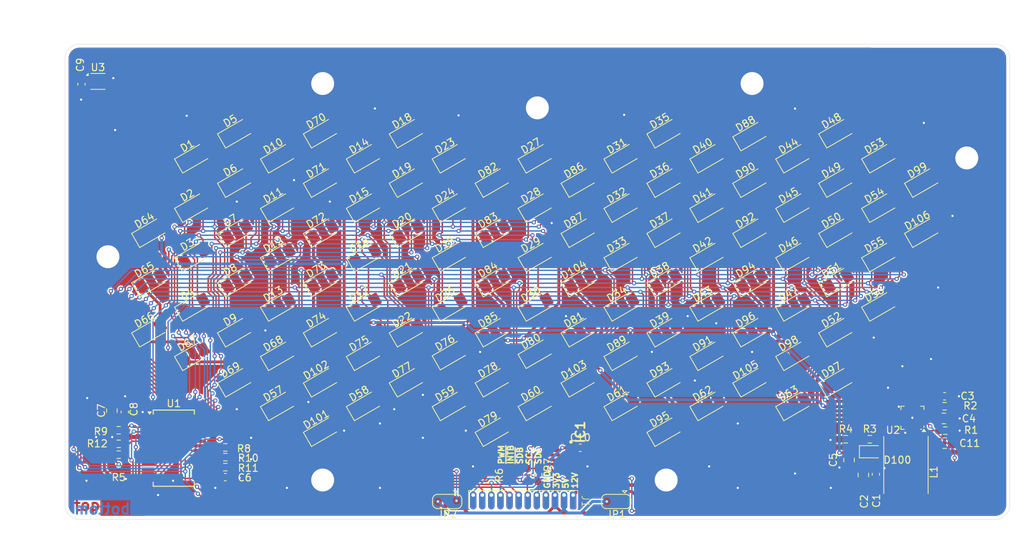
<source format=kicad_pcb>
(kicad_pcb (version 20241229) (generator "pcbnew") (generator_version "9.0")
  (layers (0 "F.Cu" signal) (2 "B.Cu" signal) (13 "F.Paste" user) (15 "B.Paste" user) (5 "F.SilkS" user "F.Silkscreen") (7 "B.SilkS" user "B.Silkscreen") (1 "F.Mask" user) (3 "B.Mask" user) (25 "Edge.Cuts" user))
  (net 0 "")
  (net 1 "GND")
  (net 2 "VLEDWH")
  (net 3 "+3.3V")
  (net 4 "CA2")
  (net 5 "CA1")
  (net 6 "CA3")
  (net 7 "CA4")
  (net 8 "CA5")
  (net 9 "CA6")
  (net 10 "CA7")
  (net 11 "CA8")
  (net 12 "CA9")
  (net 13 "CB1")
  (net 14 "CB2")
  (net 15 "CB3")
  (net 16 "CB4")
  (net 17 "CB5")
  (net 18 "CB6")
  (net 19 "CB7")
  (net 20 "CB8")
  (net 21 "CB9")
  (net 22 "Net-(D64-K)")
  (net 23 "Net-(D65-K)")
  (net 24 "Net-(D66-K)")
  (net 25 "Net-(D67-K)")
  (net 26 "Net-(D68-K)")
  (net 27 "WHLED1")
  (net 28 "Net-(D70-K)")
  (net 29 "Net-(D71-K)")
  (net 30 "Net-(D72-K)")
  (net 31 "Net-(D73-K)")
  (net 32 "Net-(D74-K)")
  (net 33 "WHLED2")
  (net 34 "Net-(D76-K)")
  (net 35 "Net-(D77-K)")
  (net 36 "Net-(D78-K)")
  (net 37 "Net-(D79-K)")
  (net 38 "Net-(D80-K)")
  (net 39 "WHLED3")
  (net 40 "Net-(D82-K)")
  (net 41 "Net-(D83-K)")
  (net 42 "Net-(D84-K)")
  (net 43 "Net-(D85-K)")
  (net 44 "Net-(D86-K)")
  (net 45 "WHLED4")
  (net 46 "Net-(D88-K)")
  (net 47 "Net-(D89-K)")
  (net 48 "Net-(D90-K)")
  (net 49 "Net-(D91-K)")
  (net 50 "Net-(D92-K)")
  (net 51 "Net-(D93-K)")
  (net 52 "Net-(D94-K)")
  (net 53 "Net-(D95-K)")
  (net 54 "Net-(D96-K)")
  (net 55 "Net-(D97-K)")
  (net 56 "WHLED5")
  (net 57 "WHLED6")
  (net 58 "/~{SDB}")
  (net 59 "/~{INTB}")
  (net 60 "SDA")
  (net 61 "SCL")
  (net 62 "/WHITE_PWM")
  (net 63 "+12V")
  (net 64 "+5V")
  (net 65 "Net-(D101-A)")
  (net 66 "Net-(D102-A)")
  (net 67 "Net-(D103-A)")
  (net 68 "Net-(D104-A)")
  (net 69 "Net-(D105-A)")
  (net 70 "Net-(D106-A)")
  (net 71 "/TPS_COMP")
  (net 72 "/TPS_LDO")
  (net 73 "/TPS_VIN")
  (net 74 "/TPS_SW")
  (net 75 "/TPS_MODE")
  (net 76 "/TPS_ISET")
  (net 77 "/TPS_FB")
  (net 78 "/IS_FILT")
  (net 79 "/IS_VIN")
  (net 80 "/IS_AD")
  (net 81 "/IS_IN")
  (net 82 "/IS_REXT")
  (footprint "Resistor_SMD:R_0603_1608Metric_Pad0.98x0.95mm_HandSolder" (layer "F.Cu") (at 73.4 107.35)
    (property "Reference" "R8")
    (property "Value" "1M")
  )
  (footprint "LED_SMD:LED_1206_3216Metric_Pad1.42x1.75mm_HandSolder" (layer "F.Cu") (at 105 80.6 30)
    (property "Reference" "D25")
    (property "Value" "599-0210-007F")
  )
  (footprint "LED_SMD:LED_1206_3216Metric_Pad1.42x1.75mm_HandSolder" (layer "F.Cu") (at 111 77.2 30)
    (property "Reference" "D83")
    (property "Value" "IN-S126AT5UW")
  )
  (footprint "LED_SMD:LED_1206_3216Metric_Pad1.42x1.75mm_HandSolder" (layer "F.Cu") (at 87 70.2 30)
    (property "Reference" "D71")
    (property "Value" "IN-S126AT5UW")
  )
  (footprint "Jumper:SolderJumper-3_P1.3mm_Bridged12_RoundedPad1.0x1.5mm" (layer "F.Cu") (at 128 114.9 180)
    (property "Reference" "JP1")
    (property "Value" "Jumper_3_Bridged12")
  )
  (footprint "LED_SMD:LED_1206_3216Metric_Pad1.42x1.75mm_HandSolder" (layer "F.Cu") (at 93 80.6 30)
    (property "Reference" "D16")
    (property "Value" "599-0210-007F")
  )
  (footprint "Resistor_SMD:R_0603_1608Metric_Pad0.98x0.95mm_HandSolder" (layer "F.Cu") (at 117.1 111.2 90)
    (property "Reference" "R7")
    (property "Value" "4k7")
  )
  (footprint "Capacitor_SMD:C_0805_2012Metric_Pad1.18x1.45mm_HandSolder" (layer "F.Cu") (at 173.91 106.744998)
    (property "Reference" "C11")
    (property "Value" "1uF")
  )
  (footprint "LED_SMD:LED_1206_3216Metric_Pad1.42x1.75mm_HandSolder" (layer "F.Cu") (at 123 77.2 30)
    (property "Reference" "D87")
    (property "Value" "IN-S126AT5UW")
  )
  (footprint "LED_SMD:LED_1206_3216Metric_Pad1.42x1.75mm_HandSolder" (layer "F.Cu") (at 159 84.1 30)
    (property "Reference" "D51")
    (property "Value" "599-0210-007F")
  )
  (footprint "LED_SMD:LED_1206_3216Metric_Pad1.42x1.75mm_HandSolder" (layer "F.Cu") (at 81 101.4 30)
    (property "Reference" "D57")
    (property "Value" "599-0210-007F")
  )
  (footprint "LED_SMD:LED_1206_3216Metric_Pad1.42x1.75mm_HandSolder" (layer "F.Cu") (at 153 66.8 30)
    (property "Reference" "D44")
    (property "Value" "1206MIL")
  )
  (footprint "Capacitor_SMD:C_0805_2012Metric_Pad1.18x1.45mm_HandSolder" (layer "F.Cu") (at 173.8 103.3)
    (property "Reference" "C4")
    (property "Value" "1uF")
  )
  (footprint "LED_SMD:LED_1206_3216Metric_Pad1.42x1.75mm_HandSolder" (layer "F.Cu") (at 105 66.8 30)
    (property "Reference" "D23")
    (property "Value" "1206MIL")
  )
  (footprint "LED_SMD:LED_1206_3216Metric_Pad1.42x1.75mm_HandSolder" (layer "F.Cu") (at 99 77.2 30)
    (property "Reference" "D20")
    (property "Value" "1206MIL")
  )
  (footprint "LED_SMD:LED_1206_3216Metric_Pad1.42x1.75mm_HandSolder" (layer "F.Cu") (at 87 105 30)
    (property "Reference" "D101")
    (property "Value" "IN-S126AT5UW")
  )
  (footprint "LED_SMD:LED_1206_3216Metric_Pad1.42x1.75mm_HandSolder" (layer "F.Cu") (at 135 105 30)
    (property "Reference" "D95")
    (property "Value" "IN-S126AT5UW")
  )
  (footprint "Sensor_Humidity:Sensirion_DFN-4-1EP_2x2mm_P1mm_EP0.7x1.6mm" (layer "F.Cu") (at 55.6 56.2)
    (property "Reference" "U3")
    (property "Value" "SHTC3")
  )
  (footprint "LED_SMD:LED_1206_3216Metric_Pad1.42x1.75mm_HandSolder" (layer "F.Cu") (at 81 80.6 30)
    (property "Reference" "D12")
    (property "Value" "599-0210-007F")
  )
  (footprint "LED_SMD:LED_1206_3216Metric_Pad1.42x1.75mm_HandSolder" (layer "F.Cu") (at 63 84.1 30)
    (property "Reference" "D65")
    (property "Value" "IN-S126AT5UW")
  )
  (footprint "LED_SMD:LED_1206_3216Metric_Pad1.42x1.75mm_HandSolder" (layer "F.Cu") (at 171 77.2 30)
    (property "Reference" "D106")
    (property "Value" "IN-S126AT5UW")
  )
  (footprint "LED_SMD:LED_1206_3216Metric_Pad1.42x1.75mm_HandSolder" (layer "F.Cu") (at 153 101.4 30)
    (property "Reference" "D63")
    (property "Value" "599-0210-007F")
  )
  (footprint "LED_SMD:LED_1206_3216Metric_Pad1.42x1.75mm_HandSolder" (layer "F.Cu") (at 75 84.1 30)
    (property "Reference" "D8")
    (property "Value" "599-0210-007F")
  )
  (footprint "LED_SMD:LED_1206_3216Metric_Pad1.42x1.75mm_HandSolder" (layer "F.Cu") (at 141 94.4 30)
    (property "Reference" "D91")
    (property "Value" "IN-S126AT5UW")
  )
  (footprint "LED_SMD:LED_1206_3216Metric_Pad1.42x1.75mm_HandSolder" (layer "F.Cu") (at 117 94.1 30)
    (property "Reference" "D80")
    (property "Value" "IN-S126AT5UW")
  )
  (footprint "LED_SMD:LED_1206_3216Metric_Pad1.42x1.75mm_HandSolder" (layer "F.Cu") (at 69 87.5 30)
    (property "Reference" "D4")
    (property "Value" "1206MIL")
  )
  (footprint "LED_SMD:LED_1206_3216Metric_Pad1.42x1.75mm_HandSolder" (layer "F.Cu") (at 153 94.4 30)
    (property "Reference" "D98")
    (property "Value" "IN-S126AT5UW")
  )
  (footprint "Resistor_SMD:R_0603_1608Metric_Pad0.98x0.95mm_HandSolder" (layer "F.Cu") (at 73.4 110.1 180)
    (property "Reference" "R11")
    (property "Value" "1M")
  )
  (footprint "LED_SMD:LED_1206_3216Metric_Pad1.42x1.75mm_HandSolder" (layer "F.Cu") (at 99 63.3 30)
    (property "Reference" "D18")
    (property "Value" "1206MIL")
  )
  (footprint "lighthouse:SON65P200X200X65-7N-D" (layer "F.Cu") (at 123 105.2 90)
    (property "Reference" "IC1")
    (property "Value" "OPT3004DNPR" (hide yes))
  )
  (footprint "Resistor_SMD:R_0603_1608Metric_Pad0.98x0.95mm_HandSolder" (layer "F.Cu") (at 58.5 106.85)
    (property "Reference" "R12")
    (property "Value" "20k")
  )
  (footprint "LED_SMD:LED_1206_3216Metric_Pad1.42x1.75mm_HandSolder" (layer "F.Cu") (at 141 80.6 30)
    (property "Reference" "D42")
    (property "Value" "599-0210-007F")
  )
  (footprint "LED_SMD:LED_1206_3216Metric_Pad1.42x1.75mm_HandSolder" (layer "F.Cu") (at 153 80.6 30)
    (property "Reference" "D46")
    (property "Value" "599-0210-007F")
  )
  (footprint "LED_SMD:LED_1206_3216Metric_Pad1.42x1.75mm_HandSolder" (layer "F.Cu") (at 135 84.1 30)
    (property "Reference" "D38")
    (property "Value" "599-0210-007F")
  )
  (footprint "Resistor_SMD:R_0603_1608Metric_Pad0.98x0.95mm_HandSolder" (layer "F.Cu") (at 174 105 180)
    (property "Reference" "R1")
    (property "Value" "1M3")
  )
  (footprint "LED_SMD:LED_1206_3216Metric_Pad1.42x1.75mm_HandSolder" (layer "F.Cu") (at 87 91.1 30)
    (property "Reference" "D74")
    (property "Value" "IN-S126AT5UW")
  )
  (footprint "Resistor_SMD:R_0603_1608Metric_Pad0.98x0.95mm_HandSolder" (layer "F.Cu") (at 173.9 101.6 180)
    (property "Reference" "R2")
    (property "Value" "51k")
  )
  (footprint "LED_SMD:LED_1206_3216Metric_Pad1.42x1.75mm_HandSolder" (layer "F.Cu") (at 81 87.5 30)
    (property "Reference" "D13")
    (property "Value" "599-0210-007F")
  )
  (footprint "LED_SMD:LED_1206_3216Metric_Pad1.42x1.75mm_HandSolder" (layer "F.Cu") (at 147 84.1 30)
    (property "Reference" "D94")
    (property "Value" "IN-S126AT5UW")
  )
  (footprint "LED_SMD:LED_1206_3216Metric_Pad1.42x1.75mm_HandSolder" (layer "F.Cu") (at 87 84.1 30)
    (property "Reference" "D73")
    (property "Value" "IN-S126AT5UW")
  )
  (footprint "LED_SMD:LED_1206_3216Metric_Pad1.42x1.75mm_HandSolder" (layer "F.Cu") (at 93 94.4 30)
    (property "Reference" "D75")
    (property "Value" "IN-S126AT5UW")
  )
  (footprint "Capacitor_SMD:C_0603_1608Metric_Pad1.08x0.95mm_HandSolder" (layer "F.Cu") (at 123 107.4)
    (property "Reference" "C10")
    (property "Value" "100nF")
  )
  (footprint "LED_SMD:LED_1206_3216Metric_Pad1.42x1.75mm_HandSolder" (layer "F.Cu") (at 123 84.1 30)
    (property "Reference" "D104")
    (property "Value" "IN-S126AT5UW")
  )
  (footprint "LED_SMD:LED_1206_3216Metric_Pad1.42x1.75mm_HandSolder" (layer "F.Cu") (at 105 87.5 30)
    (property "Reference" "D26")
    (property "Value" "599-0210-007F")
  )
  (footprint "LED_SMD:LED_1206_3216Metric_Pad1.42x1.75mm_HandSolder" (layer "F.Cu") (at 99 70.2 30)
    (property "Reference" "D19")
    (property "Value" "1206MIL")
  )
  (footprint "LED_SMD:LED_1206_3216Metric_Pad1.42x1.75mm_HandSolder" (layer "F.Cu") (at 81 66.8 30)
    (property "Reference" "D10")
    (property "Value" "1206MIL")
  )
  (footprint "LED_SMD:LED_1206_3216Metric_Pad1.42x1.75mm_HandSolder" (layer "F.Cu") (at 111 98.1 30)
    (property "Reference" "D78")
    (property "Value" "IN-S126AT5UW")
  )
  (footprint "LED_SMD:LED_1206_3216Metric_Pad1.42x1.75mm_HandSolder" (layer "F.Cu") (at 99 98.1 30)
    (property "Reference" "D77")
    (property "Value" "IN-S126AT5UW")
  )
  (footprint "LED_SMD:LED_1206_3216Metric_Pad1.42x1.75mm_HandSolder" (layer "F.Cu") (at 129 87.5 30)
    (property "Reference" "D34")
    (property "Value" "599-0210-007F")
  )
  (footprint "LED_SMD:LED_1206_3216Metric_Pad1.42x1.75mm_HandSolder" (layer "F.Cu") (at 87 77.2 30)
    (property "Reference" "D72")
    (property "Value" "IN-S126AT5UW")
  )
  (footprint "LED_SMD:LED_1206_3216Metric_Pad1.42x1.75mm_HandSolder" (layer "F.Cu") (at 117 73.7 30)
    (property "Reference" "D28")
    (property "Value" "1206MIL")
  )
  (footprint "LED_SMD:LED_1206_3216Metric_Pad1.42x1.75mm_HandSolder" (layer "F.Cu") (at 165 87.5 30)
    (property "Reference" "D56")
    (property "Value" "1206MIL")
  )
  (footprint "LED_SMD:LED_1206_3216Metric_Pad1.42x1.75mm_HandSolder" (layer "F.Cu") (at 159 63.3 30)
    (property "Reference" "D48")
    (property "Value" "1206MIL")
  )
  (footprint "Capacitor_SMD:C_0805_2012Metric_Pad1.18x1.45mm_HandSolder" (layer "F.Cu") (at 160.55 109.1 -90)
    (property "Reference" "C5")
    (property "Value" "10uF")
  )
  (footprint "LED_SMD:LED_1206_3216Metric_Pad1.42x1.75mm_HandSolder" (layer "F.Cu") (at 135 77.2 30)
    (property "Reference" "D37")
    (property "Value" "1206MIL")
  )
  (footprint "LED_SMD:LED_1206_3216Metric_Pad1.42x1.75mm_HandSolder" (layer "F.Cu") (at 129 101.4 30)
    (property "Reference" "D61")
    (property "Value" "599-0210-007F")
  )
  (footprint "LED_SMD:LED_1206_3216Metric_Pad1.42x1.75mm_HandSolder" (layer "F.Cu") (at 147 70.2 30)
    (property "Reference" "D90")
    (property "Value" "IN-S126AT5UW")
  )
  (footprint "LED_SMD:LED_1206_3216Metric_Pad1.42x1.75mm_HandSolder" (layer "F.Cu") (at 147 77.2 30)
    (property "Reference" "D92")
    (property "Value" "IN-S126AT5UW")
  )
  (footprint "lighthouse:con_1x12_1.27mm_long_pads" (layer "F.Cu") (at 122 114 -90)
    (property "Reference" "J1")
    (property "Value" "Conn_01x12_Pin")
  )
  (footprint "LED_SMD:LED_1206_3216Metric_Pad1.42x1.75mm_HandSolder" (layer "F.Cu") (at 159 77.2 30)
    (property "Reference" "D50")
    (property "Value" "1206MIL")
  )
  (footprint "LED_SMD:LED_1206_3216Metric_Pad1.42x1.75mm_HandSolder" (layer "F.Cu") (at 117 66.8 30)
    (property "Reference" "D27")
    (property "Value" "1206MIL")
  )
  (footprint "LED_SMD:LED_1206_3216Metric_Pad1.42x1.75mm_HandSolder" (layer "F.Cu") (at 129 80.6 30)
    (property "Reference" "D33")
    (property "Value" "599-0210-007F")
  )
  (footprint "LED_SMD:LED_1206_3216Metric_Pad1.42x1.75mm_HandSolder" (layer "F.Cu") (at 141 101.4 30)
    (property "Reference" "D62")
    (property "Value" "599-0210-007F")
  )
  (footprint "LED_SMD:LED_1206_3216Metric_Pad1.42x1.75mm_HandSolder" (layer "F.Cu") (at 69 80.6 30)
    (property "Reference" "D3")
    (property "Value" "1206MIL")
  )
  (footprint "LED_SMD:LED_1206_3216Metric_Pad1.42x1.75mm_HandSolder" (layer "F.Cu") (at 93 66.8 30)
    (property "Reference" "D14")
    (property "Value" "1206MIL")
  )
  (footprint "LED_SMD:LED_1206_3216Metric_Pad1.42x1.75mm_HandSolder" (layer "F.Cu") (at 135 98.1 30)
    (property "Reference" "D93")
    (property "Value" "IN-S126AT5UW")
  )
  (footprint "LED_SMD:LED_1206_3216Metric_Pad1.42x1.75mm_HandSolder" (layer "F.Cu") (at 141 87.5 30)
    (property "Reference" "D43")
    (property "Value" "599-0210-007F")
  )
  (footprint "Resistor_SMD:R_0603_1608Metric_Pad0.98x0.95mm_HandSolder" (layer "F.Cu") (at 163.45 106.2)
    (property "Reference" "R3")
    (property "Value" "1M")
  )
  (footprint "LED_SMD:LED_1206_3216Metric_Pad1.42x1.75mm_HandSolder" (layer "F.Cu") (at 165 80.6 30)
    (property "Reference" "D55")
    (property "Value" "1206MIL")
  )
  (footprint "LED_SMD:LED_1206_3216Metric_Pad1.42x1.75mm_HandSolder" (layer "F.Cu") (at 141 66.8 30)
    (property "Reference" "D40")
    (property "Value" "1206MIL")
  )
  (footprint "LED_SMD:LED_1206_3216Metric_Pad1.42x1.75mm_HandSolder" (layer "F.Cu") (at 87 63.3 30)
    (property "Reference" "D70")
    (property "Value" "IN-S126AT5UW")
  )
  (footprint "LED_SMD:LED_1206_3216Metric_Pad1.42x1.75mm_HandSolder" (layer "F.Cu") (at 111 105 30)
    (property "Reference" "D79")
    (property "Value" "IN-S126AT5UW")
  )
  (footprint "LED_SMD:LED_1206_3216Metric_Pad1.42x1.75mm_HandSolder" (layer "F.Cu") (at 75 63.3 30)
    (property "Reference" "D5")
    (property "Value" "1206MIL")
  )
  (footprint "LED_SMD:LED_1206_3216Metric_Pad1.42x1.75mm_HandSolder" (layer "F.Cu") (at 153 87.5 30)
    (property "Reference" "D47")
    (property "Value" "599-0210-007F")
  )
  (footprint "Capacitor_SMD:C_0603_1608Metric_Pad1.08x0.95mm_HandSolder" (layer "F.Cu") (at 73.4 111.5)
    (property "Reference" "C6")
    (property "Value" "100nF")
  )
  (footprint "LED_SMD:LED_1206_3216Metric_Pad1.42x1.75mm_HandSolder" (layer "F.Cu") (at 63 91.1 30)
    (property "Reference" "D66")
    (property "Value" "IN-S126AT5UW")
  )
  (footprint "LED_SMD:LED_1206_3216Metric_Pad1.42x1.75mm_HandSolder" (layer "F.Cu") (at 117 87.5 30)
    (property "Reference" "D30")
    (property "Value" "599-0210-007F")
  )
  (footprint "LED_SMD:LED_1206_3216Metric_Pad1.42x1.75mm_HandSolder" (layer "F.Cu") (at 129 94.4 30)
    (property "Reference" "D89")
    (property "Value" "IN-S126AT5UW")
  )
  (footprint "Capacitor_SMD:C_0805_2012Metric_Pad1.18x1.45mm_HandSolder" (layer "F.Cu") (at 162.55 111.2 90)
    (property "Reference" "C2")
    (property "Value" "10uF")
  )
  (footprint "Resistor_SMD:R_0603_1608Metric_Pad0.98x0.95mm_HandSolder" (layer "F.Cu") (at 58.5 108.35 180)
    (property "Reference" "R5")
    (property "Value" "1M")
  )
  (footprint "LED_SMD:LED_1206_3216Metric_Pad1.42x1.75mm_HandSolder" (layer "F.Cu") (at 99 91.1 30)
    (property "Reference" "D22")
    (property "Value" "599-0210-007F")
  )
  (footprint "LED_SMD:LED_1206_3216Metric_Pad1.42x1.75mm_HandSolder" (layer "F.Cu") (at 117 101.4 30)
    (property "Reference" "D60")
    (property "Value" "599-0210-007F")
  )
  (footprint "LED_SMD:LED_1206_3216Metric_Pad1.42x1.75mm_HandSolder" (layer "F.Cu") (at 111 91.1 30)
    (property "Reference" "D85")
    (property "Value" "IN-S126AT5UW")
  )
  (footprint "Resistor_SMD:R_0603_1608Metric_Pad0.98x0.95mm_HandSolder" (layer "F.Cu") (at 73.4 108.7 180)
    (property "Reference" "R10")
    (property "Value" "1M")
  )
  (footprint "LED_SMD:LED_1206_3216Metric_Pad1.42x1.75mm_HandSolder" (layer "F.Cu") (at 123 91.1 30)
    (property "Reference" "D81")
    (property "Value" "IN-S126AT5UW")
  )
  (footprint "Inductor_SMD:L_Taiyo-Yuden_NR-60xx_HandSoldering" (layer "F.Cu") (at 168.5 109.8 90)
    (property "Reference" "L1")
    (property "Value" "4.7uH")
  )
  (footprint "LED_SMD:LED_1206_3216Metric_Pad1.42x1.75mm_HandSolder" (layer "F.Cu") (at 93 87.5 30)
    (property "Reference" "D17")
    (property "Value" "599-0210-007F")
  )
  (footprint "LED_SMD:LED_1206_3216Metric_Pad1.42x1.75mm_HandSolder" (layer "F.Cu") (at 75 70.2 30)
    (property "Reference" "D6")
    (property "Value" "1206MIL")
  )
  (footprint "LED_SMD:LED_1206_3216Metric_Pad1.42x1.75mm_HandSolder" (layer "F.Cu") (at 147 63.7 30)
    (property "Reference" "D88")
    (property "Value" "IN-S126AT5UW")
  )
  (footprint "LED_SMD:LED_1206_3216Metric_Pad1.42x1.75mm_HandSolder" (layer "F.Cu") (at 111 70.2 30)
    (property "Reference" "D82")
    (property "Value" "IN-S126AT5UW")
  )
  (footprint "LED_SMD:LED_1206_3216Metric_Pad1.42x1.75mm_HandSolder" (layer "F.Cu") (at 69 73.7 30)
    (property "Reference" "D2")
    (property "Value" "1206MIL")
  )
  (footprint "LED_SMD:LED_1206_3216Metric_Pad1.42x1.75mm_HandSolder" (layer "F.Cu") (at 75 77.2 30)
    (property "Reference" "D7")
    (property "Value" "1206MIL")
  )
  (footprint "Diode_SMD:D_SOD-323F" (layer "F.Cu") (at 163.6 107.95)
    (property "Reference" "D100")
    (property "Value" "PMEG4010CEJ")
  )
  (footprint "LED_SMD:LED_1206_3216Metric_Pad1.42x1.75mm_HandSolder" (layer "F.Cu") (at 93 101.4 30)
    (property "Reference" "D58")
    (property "Value" "599-0210-007F")
  )
  (footprint "LED_SMD:LED_1206_3216Metric_Pad1.42x1.75mm_HandSolder" (layer "F.Cu") (at 123 98.1 30)
    (property "Reference" "D103")
    (property "Value" "IN-S126AT5UW")
  )
  (footprint "Package_DFN_QFN:Texas_RTE0016D_WQFN-16-1EP_3x3mm_P0.5mm_EP0.8x0.8mm" (layer "F.Cu") (at 169.4 103.2 180)
    (property "Reference" "U2")
    (property "Value" "TPS61176RTER")
  )
  (footprint "LED_SMD:LED_1206_3216Metric_Pad1.42x1.75mm_HandSolder" (layer "F.Cu") (at 81 73.7 30)
    (property "Reference" "D11")
    (property "Value" "1206MIL")
  )
  (footprint "LED_SMD:LED_1206_3216Metric_Pad1.42x1.75mm_HandSolder" (layer "F.Cu") (at 75 98.1 30)
    (property "Reference" "D69")
    (property "Value" "IN-S126AT5UW")
  )
  (footprint "LED_SMD:LED_1206_3216Metric_Pad1.42x1.75mm_HandSolder" (layer "F.Cu") (at 135 70.2 30)
    (property "Reference" "D36")
    (property "Value" "1206MIL")
  )
  (footprint "LED_SMD:LED_1206_3216Metric_Pad1.42x1.75mm_HandSolder" (layer "F.Cu") (at 69 66.8 30)
    (property "Reference" "D1")
    (property "Value" "1206MIL")
  )
  (footprint "Resistor_SMD:R_0603_1608Metric_Pad0.98x0.95mm_HandSolder" (layer "F.Cu") (at 160.1 106.2)
    (property "Reference" "R4")
    (property "Value" "68k")
  )
  (footprint "LED_SMD:LED_1206_3216Metric_Pad1.42x1.75mm_HandSolder" (layer "F.Cu") (at 105 73.7 30)
    (property "Reference" "D24")
    (property "Value" "1206MIL")
  )
  (footprint "LED_SMD:LED_1206_3216Metric_Pad1.42x1.75mm_HandSolder" (layer "F.Cu") (at 93 73.7 30)
    (property "Reference" "D15")
    (property "Value" "1206MIL")
  )
  (footprint "LED_SMD:LED_1206_3216Metric_Pad1.42x1.75mm_HandSolder" (layer "F.Cu") (at 147 98.1 30)
    (property "Reference" "D105")
    (property "Value" "IN-S126AT5UW")
  )
  (footprint "LED_SMD:LED_1206_3216Metric_Pad1.42x1.75mm_HandSolder" (layer "F.Cu") (at 165 73.7 30)
    (property "Reference" "D54")
    (property "Value" "1206MIL")
  )
  (footprint "LED_SMD:LED_1206_3216Metric_Pad1.42x1.75mm_HandSolder" (layer "F.Cu") (at 81 94.4 30)
    (property "Reference" "D68")
    (property "Value" "IN-S126AT5UW")
  )
  (footprint "LED_SMD:LED_1206_3216Metric_Pad1.42x1.75mm_HandSolder" (layer "F.Cu") (at 171 70.2 30)
    (property "Reference" "D99")
    (property "Value" "IN-S126AT5UW")
  )
  (footprint "LED_SMD:LED_1206_3216Metric_Pad1.42x1.75mm_HandSolder" (layer "F.Cu") (at 75 91.1 30)
    (property "Reference" "D9")
    (property "Value" "599-0210-007F")
  )
  (footprint "LED_SMD:LED_1206_3216Metric_Pad1.42x1.75mm_HandSolder" (layer "F.Cu") (at 87 98.1 30)
    (property "Reference" "D102")
    (property "Value" "IN-S126AT5UW")
  )
  (footprint "Package_SO:SSOP-28_5.3x10.2mm_P0.65mm" (layer "F.Cu") (at 66.2 107.45)
    (property "Reference" "U1")
    (property "Value" "IS31FL3731-SA")
  )
  (footprint "LED_SMD:LED_1206_3216Metric_Pad1.42x1.75mm_HandSolder" (layer "F.Cu") (at 129 73.7 30)
    (property "Reference" "D32")
    (property "Value" "1206MIL")
  )
  (footprint "LED_SMD:LED_1206_3216Metric_Pad1.42x1.75mm_HandSolder" (layer "F.Cu") (at 153 73.7 30)
    (property "Reference" "D45")
    (property "Value" "1206MIL")
  )
  (footprint "LED_SMD:LED_1206_3216Metric_Pad1.42x1.75mm_HandSolder" (layer "F.Cu") (at 63 77.2 30)
    (property "Reference" "D64")
    (property "Value" "IN-S126AT5UW")
  )
  (footprint "Capacitor_SMD:C_0603_1608Metric_Pad1.08x0.95mm_HandSolder" (layer "F.Cu") (at 59.35 102.4 90)
    (property "Reference" "C8")
    (property "Value" "100nF")
  )
  (footprint "LED_SMD:LED_1206_3216Metric_Pad1.42x1.75mm_HandSolder" (layer "F.Cu") (at 135 63.3 30)
    (property "Reference" "D35")
    (property "Value" "1206MIL")
  )
  (footprint "LED_SMD:LED_1206_3216Metric_Pad1.42x1.75mm_HandSolder" (layer "F.Cu") (at 165 66.8 30)
    (property "Reference" "D53")
    (property "Value" "1206MIL")
  )
  (footprint "LED_SMD:LED_1206_3216Metric_Pad1.42x1.75mm_HandSolder" (layer "F.Cu") (at 147 91.1 30)
    (property "Reference" "D96")
    (property "Value" "IN-S126AT5UW")
  )
  (footprint "Resistor_SMD:R_0603_1608Metric_Pad0.98x0.95mm_HandSolder" (layer "F.Cu") (at 115.6 111.2 90)
    (property "Reference" "R6")
    (property "Value" "4k7")
  )
  (footprint "Capacitor_SMD:C_0603_1608Metric_Pad1.08x0.95mm_HandSolder" (layer "F.Cu") (at 53.3 56.6 -90)
    (property "Reference" "C9")
    (property "Value" "100nF")
  )
  (footprint "Resistor_SMD:R_0603_1608Metric_Pad0.98x0.95mm_HandSolder" (layer "F.Cu") (at 58.5 104.95)
    (property "Reference" "R9")
    (property "Value" "1M")
  )
  (footprint "LED_SMD:LED_1206_3216Metric_Pad1.42x1.75mm_HandSolder" (layer "F.Cu") (at 159 91.1 30)
    (property "Reference" "D52")
    (property "Value" "599-0210-007F")
  )
  (footprint "Capacitor_SMD:C_0805_2012Metric_Pad1.18x1.45mm_HandSolder" (layer "F.Cu") (at 57.55 102.2 90)
    (property "Reference" "C7")
    (property "Value" "10uF")
  )
  (footprint "LED_SMD:LED_1206_3216Metric_Pad1.42x1.75mm_HandSolder" (layer "F.Cu") (at 135 91.1 30)
    (property "Reference" "D39")
    (property "Value" "599-0210-007F")
  )
  (footprint "Jumper:SolderJumper-3_P1.3mm_Bridged12_RoundedPad1.0x1.5mm" (layer "F.Cu") (at 104.4 114.9 180)
    (property "Reference" "JP2")
    (property "Value" "Jumper_3_Bridged12")
  )
  (footprint "LED_SMD:LED_1206_3216Metric_Pad1.42x1.75mm_HandSolder" (layer "F.Cu") (at 141 73.7 30)
    (property "Reference" "D41")
    (property "Value" "1206MIL")
  )
  (footprint "LED_SMD:LED_1206_3216Metric_Pad1.42x1.75mm_HandSolder" (layer "F.Cu") (at 69 94.4 30)
    (property "Reference" "D67")
    (property "Value" "IN-S126AT5UW")
  )
  (footprint "LED_SMD:LED_1206_3216Metric_Pad1.42x1.75mm_HandSolder" (layer "F.Cu") (at 105 101.4 30)
    (property "Reference" "D59")
    (property "Value" "599-0210-007F")
  )
  (footprint "LED_SMD:LED_1206_3216Metric_Pad1.42x1.75mm_HandSolder" (layer "F.Cu") (at 123 70.2 30)
    (property "Reference" "D86")
    (property "Value" "IN-S126AT5UW")
  )
  (footprint "LED_SMD:LED_1206_3216Metric_Pad1.42x1.75mm_HandSolder" (layer "F.Cu") (at 117 80.6 30)
    (property "Reference" "D29")
    (property "Value" "599-0210-007F")
  )
  (footprint "LED_SMD:LED_1206_3216Metric_Pad1.42x1.75mm_HandSolder" (layer "F.Cu") (at 159 98.1 30)
    (property "Reference" "D97")
    (property "Value" "IN-S126AT5UW")
  )
  (footprint "LED_SMD:LED_1206_3216Metric_Pad1.42x1.75mm_HandSolder" (layer "F.Cu") (at 105 94.3 30)
    (property "Reference" "D76")
    (property "Value" "IN-S126AT5UW")
  )
  (footprint "LED_SMD:LED_1206_3216Metric_Pad1.42x1.75mm_HandSolder" (layer "F.Cu") (at 99 84.1 30)
    (property "Reference" "D21")
    (property "Value" "599-0210-007F")
  )
  (footprint "LED_SMD:LED_1206_3216Metric_Pad1.42x1.75mm_HandSolder" (layer "F.Cu") (at 111 84.1 30)
    (property "Reference" "D84")
    (property "Value" "IN-S126AT5UW")
  )
  (footprint "LED_SMD:LED_1206_3216Metric_Pad1.42x1.75mm_HandSolder" (layer "F.Cu") (at 129 66.8 30)
    (property "Reference" "D31")
    (property "Value" "1206MIL")
  )
  (footprint "Capacitor_SMD:C_0603_1608Metric_Pad1.08x0.95mm_HandSolder" (layer "F.Cu") (at 164.3 111.1 90)
    (property "Reference" "C1")
    (property "Value" "100nF")
  )
  (footprint "Capacitor_SMD:C_0603_1608Metric_Pad1.08x0.95mm_HandSolder" (layer "F.Cu") (at 173.9 100.2)
    (property "Reference" "C3")
    (property "Value" "470nF")
  )
  (footprint "LED_SMD:LED_1206_3216Metric_Pad1.42x1.75mm_HandSolder" (layer "F.Cu") (at 159 70.2 30)
    (property "Reference" "D49")
    (property "Value" "1206MIL")
  )
  (gr_poly (pts (xy 165.6 109.6) (xy 165.8 109.8) (xy 165.8 110.55) (xy 165.6 110.75) (xy 159.1 110.75) (xy 158.9 110.55) (xy 158.9 109.8) (xy 159.1 109.6)) (stroke (width 0.2)) (fill yes) (layer "F.Cu") (net 1))
  (gr_poly (pts (xy 171.4 111.45) (xy 171.35 111.4) (xy 161.65 111.4) (xy 161.25 111.8) (xy 161.25 113.35) (xy 161.65 113.75) (xy 171.35 113.75) (xy 171.408745 113.691255)) (stroke (width 0.2)) (fill yes) (layer "F.Cu") (net 63))
  (gr_arc (start 53 117.4) (mid 51.585786 116.814214) (end 51 115.4) (stroke (width 0.05)) (layer "Edge.Cuts"))
  (gr_line (start 183 115.4) (end 183 53) (stroke (width 0.05)) (layer "Edge.Cuts"))
  (gr_line (start 51 53) (end 51 115.4) (stroke (width 0.05)) (layer "Edge.Cuts"))
  (gr_line (start 53 117.4) (end 181 117.4) (stroke (width 0.05)) (layer "Edge.Cuts"))
  (gr_line (start 181 51) (end 53 51) (stroke (width 0.05)) (layer "Edge.Cuts"))
  (gr_arc (start 183 115.4) (mid 182.414214 116.814214) (end 181 117.4) (stroke (width 0.05)) (layer "Edge.Cuts"))
  (gr_arc (start 181 51) (mid 182.414214 51.585786) (end 183 53) (stroke (width 0.05)) (layer "Edge.Cuts"))
  (gr_arc (start 51 53) (mid 51.585786 51.585786) (end 53 51) (stroke (width 0.05)) (layer "Edge.Cuts"))
  (gr_text "Lighthouse display rev1  \n2024-10-26\nMEgli" (at 163.7 56.2 0) (layer "F.Cu") (effects (font (size 1 1) (thickness 0.2) (bold yes)) (justify left bottom)))
  (gr_text "top" (at 52.1 116.3 0) (layer "F.Cu") (effects (font (size 1.5 1.5) (thickness 0.3) (bold yes)) (justify left bottom)))
  (gr_text "bottom" (at 60.3 116.8 0) (layer "B.Cu") (effects (font (size 1.5 1.5) (thickness 0.3) (bold yes)) (justify left bottom mirror)))
  (gr_text "PWM\n~{INTB}\n~{SDB}\nSCL\nSDA" (at 117.6 109.8 90) (layer "F.SilkS") (effects (font (size 0.8 0.8) (thickness 0.2) (bold yes)) (justify left bottom)))
  (gr_text "GND\n3V3\n5V\n12V" (at 122.7 113.2 90) (layer "F.SilkS") (effects (font (size 0.8 0.8) (thickness 0.2) (bold yes)) (justify left bottom)))
  (segment (start 75.5 108.8) (end 74.3625 108.8) (width 0.2) (layer "F.Cu") (net 1))
  (segment (start 168.5375 101.65) (end 167.5 101.65) (width 0.2) (layer "F.Cu") (net 1))
  (segment (start 74.3125 111.5) (end 74.2625 111.55) (width 0.2) (layer "F.Cu") (net 1))
  (segment (start 57.5875 105.8) (end 57.5875 105.9) (width 0.4) (layer "F.Cu") (net 1))
  (segment (start 174.8125 101.6) (end 174.8125 103.275) (width 0.2) (layer "F.Cu") (net 1))
  (segment (start 176 105) (end 174.9125 105) (width 0.2) (layer "F.Cu") (net 1))
  (segment (start 74.3625 111.6) (end 74.2625 111.5) (width 0.2) (layer "F.Cu") (net 1))
  (segment (start 57.7 55.7) (end 57.75 55.75) (width 0.2) (layer "F.Cu") (net 1))
  (segment (start 174.9475 105.035) (end 174.9125 105) (width 0.2) (layer "F.Cu") (net 1))
  (segment (start 168.65 104.6375) (end 168.65 105.15) (width 0.2) (layer "F.Cu") (net 1))
  (segment (start 57.5875 106.85) (end 57.5875 105.9) (width 0.4) (layer "F.Cu") (net 1))
  (segment (start 56.525 55.7) (end 57.7 55.7) (width 0.2) (layer "F.Cu") (net 1))
  (segment (start 123.65 107.1875) (end 123.8625 107.4) (width 0.2) (layer "F.Cu") (net 1))
  (segment (start 168.65 105.15) (end 168.4 105.4) (width 0.2) (layer "F.Cu") (net 1))
  (segment (start 174.7625 101.55) (end 174.8125 101.6) (width 0.2) (layer "F.Cu") (net 1))
  (segment (start 168.65 104.6375) (end 168.65 104.55) (width 0.2) (layer "F.Cu") (net 1))
  (segment (start 74.3125 110.15) (end 74.3125 111.5) (width 0.2) (layer "F.Cu") (net 1))
  (segment (start 174.9475 106.744998) (end 174.9475 105.035) (width 0.2) (layer "F.Cu") (net 1))
  (segment (start 174.9125 105) (end 174.9125 103.375) (width 0.2) (layer "F.Cu") (net 1))
  (segment (start 176 103.3) (end 174.8375 103.3) (width 0.2) (layer "F.Cu") (net 1))
  (segment (start 174.8125 103.275) (end 174.8375 103.3) (width 0.2) (layer "F.Cu") (net 1))
  (segment (start 123.65 106.2) (end 123.65 107.1875) (width 0.2) (layer "F.Cu") (net 1))
  (segment (start 74.3125 110.15) (end 74.3125 108.75) (width 0.2) (layer "F.Cu") (net 1))
  (segment (start 174.7625 100.2) (end 174.7625 101.55) (width 0.2) (layer "F.Cu") (net 1))
  (segment (start 174.9125 103.375) (end 174.8375 103.3) (width 0.2) (layer "F.Cu") (net 1))
  (segment (start 53.3 57.4625) (end 53.3 58.7) (width 0.2) (layer "F.Cu") (net 1))
  (segment (start 57.5875 104.95) (end 57.5875 105.8) (width 0.4) (layer "F.Cu") (net 1))
  (segment (start 175.9 100.2) (end 174.7625 100.2) (width 0.2) (layer "F.Cu") (net 1))
  (segment (start 57.6375 104.9) (end 57.5875 104.95) (width 0.4) (layer "F.Cu") (net 1))
  (segment (start 74.3625 108.8) (end 74.3125 108.75) (width 0.2) (layer "F.Cu") (net 1))
  (segment (start 168.65 104.55) (end 168.725 104.475) (width 0.2) (layer "F.Cu") (net 1))
  (segment (start 75.4 111.6) (end 74.3625 111.6) (width 0.2) (layer "F.Cu") (net 1))
  (segment (start 168.725 103.875) (end 169.4 103.2) (width 0.2) (layer "F.Cu") (net 1))
  (segment (start 57.5875 105.8) (end 57.6125 105.825) (width 0.4) (layer "F.Cu") (net 1))
  (segment (start 168.65 101.7625) (end 168.5375 101.65) (width 0.2) (layer "F.Cu") (net 1))
  (segment (start 168.725 104.475) (end 168.725 103.875) (width 0.2) (layer "F.Cu") (net 1))
  (segment (start 53.3 58.7) (end 53.25 58.75) (width 0.2) (layer "F.Cu") (net 1))
  (segment (start 168.4 105.4) (end 168.4 105.299998) (width 0.2) (layer "F.Cu") (net 1))
  (segment (start 57.6125 105.825) (end 62.6 105.825) (width 0.4) (layer "F.Cu") (net 1))
  (via (at 169.4 103.2) (size 0.6) (drill 0.3) (layers "F.Cu" "B.Cu") (net 1))
  (via (at 94.299973 59.987599) (size 0.6) (drill 0.3) (layers "F.Cu" "B.Cu") (net 1))
  (via (at 85 101) (size 0.6) (drill 0.3) (layers "F.Cu" "B.Cu") (net 1))
  (via (at 75 73) (size 0.6) (drill 0.3) (layers "F.Cu" "B.Cu") (net 1))
  (via (at 75 102) (size 0.6) (drill 0.3) (layers "F.Cu" "B.Cu") (net 1))
  (via (at 79 91) (size 0.6) (drill 0.3) (layers "F.Cu" "B.Cu") (net 1))
  (via (at 77 106) (size 0.6) (drill 0.3) (layers "F.Cu" "B.Cu") (net 1))
  (via (at 57 80.7) (size 3.6) (drill 3.2) (layers "F.Cu" "B.Cu") (net 1))
  (via (at 101 100) (size 0.6) (drill 0.3) (layers "F.Cu" "B.Cu") (net 1))
  (via (at 168 96) (size 0.6) (drill 0.3) (layers "F.Cu" "B.Cu") (net 1))
  (via (at 57.5875 105.9) (size 0.6) (drill 0.3) (layers "F.Cu" "B.Cu") (net 1))
  (via (at 138 89) (size 0.6) (drill 0.3) (layers "F.Cu" "B.Cu") (net 1))
  (via (at 133 94) (size 0.6) (drill 0.3) (layers "F.Cu" "B.Cu") (net 1))
  (via (at 68 61) (size 0.6) (drill 0.3) (layers "F.Cu" "B.Cu") (net 1))
  (via (at 119 76) (size 0.6) (drill 0.3) (layers "F.Cu" "B.Cu") (net 1))
  (via (at 139 98) (size 0.6) (drill 0.3) (layers "F.Cu" "B.Cu") (net 1))
  (via (at 54.1 100.45) (size 0.6) (drill 0.3) (layers "F.Cu" "B.Cu") (net 1))
  (via (at 87 111.9) (size 3.6) (drill 3.2) (layers "F.Cu" "B.Cu") (net 1))
  (via (at 55.35 105.9) (size 0.6) (drill 0.3) (layers "F.Cu" "B.Cu") (net 1))
  (via (at 167.5 101.65) (size 0.6) (drill 0.3) (layers "F.Cu" "B.Cu") (net 1))
  (via (at 175 75) (size 0.6) (drill 0.3) (layers "F.Cu" "B.Cu") (net 1))
  (via (at 53.25 58.75) (size 0.6) (drill 0.3) (layers "F.Cu" "B.Cu") (net 1))
  (via (at 101 106) (size 0.6) (drill 0.3) (layers "F.Cu" "B.Cu") (net 1))
  (via (at 142 90) (size 0.6) (drill 0.3) (layers "F.Cu" "B.Cu") (net 1))
  (via (at 61.85 102.4) (size 0.6) (drill 0.3) (layers "F.Cu" "B.Cu") (net 1))
  (via (at 171 62) (size 0.6) (drill 0.3) (layers "F.Cu" "B.Cu") (net 1))
  (via (at 109 94) (size 0.6) (drill 0.3) (layers "F.Cu" "B.Cu") (net 1))
  (via (at 87 56.5) (size 3.6) (drill 3.2) (layers "F.Cu" "B.Cu") (net 1))
  (via (at 95 104) (size 0.6) (drill 0.3) (layers "F.Cu" "B.Cu") (net 1))
  (via (at 157.95 106.3) (size 0.6) (drill 0.3) (layers "F.Cu" "B.Cu") (net 1))
  (via (at 147 56.5) (size 3.6) (drill 3.2) (layers "F.Cu" "B.Cu") (net 1))
  (via (at 117 59.9) (size 3.6) (drill 3.2) (layers "F.Cu" "B.Cu") (net 1))
  (via (at 59.5 111.75) (size 0.6) (drill 0.3) (layers "F.Cu" "B.Cu") (net 1))
  (via (at 82 113) (size 0.6) (drill 0.3) (layers "F.Cu" "B.Cu") (net 1))
  (via (at 90 105) (size 0.6) (drill 0.3) (layers "F.Cu" "B.Cu") (net 1))
  (via (at 176 103.3) (size 0.6) (drill 0.3) (layers "F.Cu" "B.Cu") (net 1))
  (via (at 172 95) (size 0.6) (drill 0.3) (layers "F.Cu" "B.Cu") (net 1))
  (via (at 64 114) (size 0.6) (drill 0.3) (layers "F.Cu" "B.Cu") (net 1))
  (via (at 54 112) (size 0.6) (drill 0.3) (layers "F.Cu" "B.Cu") (net 1))
  (via (at 75.5 108.8) (size 0.6) (drill 0.3) (layers "F.Cu" "B.Cu") (net 1))
  (via (at 88 73) (size 0.6) (drill 0.3) (layers "F.Cu" "B.Cu") (net 1))
  (via (at 135 111.9) (size 3.6) (drill 3.2) (layers "F.Cu" "B.Cu") (net 1))
  (via (at 164 92) (size 0.6) (drill 0.3) (layers "F.Cu" "B.Cu") (net 1))
  (via (at 129.126623 60.88059) (size 0.6) (drill 0.3) (layers "F.Cu" "B.Cu") (net 1))
  (via (at 107 105) (size 0.6) (drill 0.3) (layers "F.Cu" "B.Cu") (net 1))
  (via (at 176 105) (size 0.6) (drill 0.3) (layers "F.Cu" "B.Cu") (net 1))
  (via (at 141 110) (size 0.6) (drill 0.3) (layers "F.Cu" "B.Cu") (net 1))
  (via (at 77 109) (size 0.6) (drill 0.3) (layers "F.Cu" "B.Cu") (net 1))
  (via (at 158 113) (size 0.6) (drill 0.3) (layers "F.Cu" "B.Cu") (net 1))
  (via (at 59.4 100.2) (size 0.6) (drill 0.3) (layers "F.Cu" "B.Cu") (net 1))
  (via (at 58 63) (size 0.6) (drill 0.3) (layers "F.Cu" "B.Cu") (net 1))
  (via (at 57.75 55.75) (size 0.6) (drill 0.3) (layers "F.Cu" "B.Cu") (net 1))
  (via (at 108 110) (size 0.6) (drill 0.3) (layers "F.Cu" "B.Cu") (net 1))
  (via (at 124 110) (size 0.6) (drill 0.3) (layers "F.Cu" "B.Cu") (net 1))
  (via (at 165.5 110.25) (size 0.6) (drill 0.3) (layers "F.Cu" "B.Cu") (net 1))
  (via (at 175.9 100.2) (size 0.6) (drill 0.3) (layers "F.Cu" "B.Cu") (net 1))
  (via (at 145 113) (size 0.6) (drill 0.3) (layers "F.Cu" "B.Cu") (net 1))
  (via (at 105.983273 60.955006) (size 0.6) (drill 0.3) (layers "F.Cu" "B.Cu") (net 1))
  (via (at 153 60) (size 0.6) (drill 0.3) (layers "F.Cu" "B.Cu") (net 1))
  (via (at 147 94) (size 0.6) (drill 0.3) (layers "F.Cu" "B.Cu") (net 1))
  (via (at 166 99) (size 0.6) (drill 0.3) (layers "F.Cu" "B.Cu") (net 1))
  (via (at 173 85) (size 0.6) (drill 0.3) (layers "F.Cu" "B.Cu") (net 1))
  (via (at 177 66.9) (size 3.6) (drill 3.2) (layers "F.Cu" "B.Cu") (net 1))
  (via (at 72 113) (size 0.6) (drill 0.3) (layers "F.Cu" "B.Cu") (net 1))
  (via (at 168.4 105.299998) (size 0.6) (drill 0.3) (layers "F.Cu" "B.Cu") (net 1))
  (via (at 145 104) (size 0.6) (drill 0.3) (layers "F.Cu" "B.Cu") (net 1))
  (via (at 159.2 110.15) (size 0.6) (drill 0.3) (layers "F.Cu" "B.Cu") (net 1))
  (via (at 83 70) (size 0.6) (drill 0.3) (layers "F.Cu" "B.Cu") (net 1))
  (via (at 75.4 111.6) (size 0.6) (drill 0.3) (layers "F.Cu" "B.Cu") (net 1))
  (via (at 153 111) (size 0.6) (drill 0.3) (layers "F.Cu" "B.Cu") (net 1))
  (via (at 121 89) (size 0.6) (drill 0.3) (layers "F.Cu" "B.Cu") (net 1))
  (via (at 66.1 112) (size 0.6) (drill 0.3) (layers "F.Cu" "B.Cu") (net 1))
  (via (at 95 113) (size 0.6) (drill 0.3) (layers "F.Cu" "B.Cu") (net 1))
  (via (at 97 102) (size 0.6) (drill 0.3) (layers "F.Cu" "B.Cu") (net 1))
  (segment (start 118.8 112.6) (end 125.9 112.6) (width 0.4) (layer "B.Cu") (net 1))
  (segment (start 118.19 114) (end 118.19 112.81) (width 0.4) (layer "B.Cu") (net 1))
  (segment (start 118.19 112.81) (end 118.2 112.8) (width 0.4) (layer "B.Cu") (net 1))
  (segment (start 118.2 112.8) (end 118.4 112.6) (width 0.4) (layer "B.Cu") (net 1))
  (segment (start 118.4 112.6) (end 118.8 112.6) (width 0.4) (layer "B.Cu") (net 1))
  (segment (start 162.5 107.95) (end 160.6625 107.95) (width 0.5) (layer "F.Cu") (net 2))
  (segment (start 164.3625 106.3375) (end 163.65 107.05) (width 0.2) (layer "F.Cu") (net 2))
  (segment (start 91.1 89.9) (end 90 88.8) (width 0.4) (layer "F.Cu") (net 2))
  (segment (start 106.288213 90.711787) (end 107 90) (width 0.4) (layer "F.Cu") (net 2))
  (segment (start 112.288213 69.45625) (end 112.25625 69.45625) (width 0.4) (layer "F.Cu") (net 2))
  (segment (start 90 88.8) (end 90 64.268037) (width 0.4) (layer "F.Cu") (net 2))
  (segment (start 161.5625 107.05) (end 160.55 108.0625) (width 0.2) (layer "F.Cu") (net 2))
  (segment (start 108 89) (end 107 90) (width 0.4) (layer "F.Cu") (net 2))
  (segment (start 64.5 76.668037) (end 64.288213 76.45625) (width 0.4) (layer "F.Cu") (net 2))
  (segment (start 112.25625 69.45625) (end 111.8 69) (width 0.4) (layer "F.Cu") (net 2))
  (segment (start 106.288213 93.55625) (end 106.288213 90.711787) (width 0.4) (layer "F.Cu") (net 2))
  (segment (start 108.7 69) (end 108 69.7) (width 0.4) (layer "F.Cu") (net 2))
  (segment (start 160.5125 108.1) (end 160.55 108.0625) (width 0.4) (layer "F.Cu") (net 2))
  (segment (start 94.1 89.9) (end 91.1 89.9) (width 0.4) (layer "F.Cu") (net 2))
  (segment (start 150 64.668037) (end 148.288213 62.95625) (width 0.4) (layer "F.Cu") (net 2))
  (segment (start 130 91) (end 130 93.368037) (width 0.4) (layer "F.Cu") (net 2))
  (segment (start 90 64.268037) (end 88.288213 62.55625) (width 0.4) (layer "F.Cu") (net 2))
  (segment (start 130 93.368037) (end 130.288213 93.65625) (width 0.4) (layer "F.Cu") (net 2))
  (segment (start 64.5 78.1) (end 64.5 76.668037) (width 0.4) (layer "F.Cu") (net 2))
  (segment (start 164.3625 106.2) (end 164.3625 106.3375) (width 0.2) (layer "F.Cu") (net 2))
  (segment (start 108 69.7) (end 108 89) (width 0.4) (layer "F.Cu") (net 2))
  (segment (start 163.65 107.05) (end 161.5625 107.05) (width 0.2) (layer "F.Cu") (net 2))
  (segment (start 160.6625 107.95) (end 160.55 108.0625) (width 0.5) (layer "F.Cu") (net 2))
  (segment (start 150 91.5) (end 150 64.668037) (width 0.4) (layer "F.Cu") (net 2))
  (segment (start 159.2 108.1) (end 160.5125 108.1) (width 0.4) (layer "F.Cu") (net 2))
  (segment (start 111.8 69) (end 108.7 69) (width 0.4) (layer "F.Cu") (net 2))
  (via (at 159.2 108.1) (size 0.6) (drill 0.3) (layers "F.Cu" "B.Cu") (net 2))
  (via (at 130 91) (size 0.6) (drill 0.3) (layers "F.Cu" "B.Cu") (net 2))
  (via (at 94.1 89.9) (size 0.6) (drill 0.3) (layers "F.Cu" "B.Cu") (net 2))
  (via (at 90 81.7) (size 0.6) (drill 0.3) (layers "F.Cu" "B.Cu") (net 2))
  (via (at 64.5 78.1) (size 0.6) (drill 0.3) (layers "F.Cu" "B.Cu") (net 2))
  (via (at 107 90) (size 0.6) (drill 0.3) (layers "F.Cu" "B.Cu") (net 2))
  (via (at 150 91.5) (size 0.6) (drill 0.3) (layers "F.Cu" "B.Cu") (net 2))
  (segment (start 159.2 100.7) (end 159.2 108.1) (width 0.4) (layer "B.Cu") (net 2))
  (segment (start 130 91) (end 149.5 91) (width 0.4) (layer "B.Cu") (net 2))
  (segment (start 94.1 89.9) (end 106.9 89.9) (width 0.4) (layer "B.Cu") (net 2))
  (segment (start 66.1 81.7) (end 90 81.7) (width 0.4) (layer "B.Cu") (net 2))
  (segment (start 149.5 91) (end 150 91.5) (width 0.4) (layer "B.Cu") (net 2))
  (segment (start 108 91) (end 130 91) (width 0.4) (layer "B.Cu") (net 2))
  (segment (start 107 90) (end 108 91) (width 0.4) (layer "B.Cu") (net 2))
  (segment (start 106.9 89.9) (end 107 90) (width 0.4) (layer "B.Cu") (net 2))
  (segment (start 150 91.5) (end 159.2 100.7) (width 0.4) (layer "B.Cu") (net 2))
  (segment (start 64.5 80.1) (end 66.1 81.7) (width 0.4) (layer "B.Cu") (net 2))
  (segment (start 64.5 78.1) (end 64.5 80.1) (width 0.4) (layer "B.Cu") (net 2))
  (segment (start 118.8 110.3) (end 119.5 111) (width 0.4) (layer "F.Cu") (net 3))
  (segment (start 123 106.2) (end 123 106.5375) (width 0.2) (layer "F.Cu") (net 3))
  (segment (start 117.1 110.2875) (end 118.7875 110.2875) (width 0.4) (layer "F.Cu") (net 3))
  (segment (start 129.3 114.9) (end 129.3 115.65) (width 0.4) (layer "F.Cu") (net 3))
  (segment (start 115.6 110.2875) (end 117.1 110.2875) (width 0.2) (layer "F.Cu") (net 3))
  (segment (start 105.7 110.7) (end 90.4 110.7) (width 0.2) (layer "F.Cu") (net 3))
  (segment (start 74.3125 107.35) (end 77.15 107.35) (width 0.2) (layer "F.Cu") (net 3))
  (segment (start 74.3125 107.35) (end 73.1625 106.2) (width 0.2) (layer "F.Cu") (net 3))
  (segment (start 52.25 56.7875) (end 52.25 107.55) (width 0.2) (layer "F.Cu") (net 3))
  (segment (start 129.3 115.65) (end 128.45 116.5) (width 0.4) (layer "F.Cu") (net 3))
  (segment (start 119.46 115.482082) (end 119.46 114) (width 0.4) (layer "F.Cu") (net 3))
  (segment (start 52.25 107.55) (end 52.2 107.6) (width 0.2) (layer "F.Cu") (net 3))
  (segment (start 57.5875 108.35) (end 57.5875 108.7875) (width 0.2) (layer "F.Cu") (net 3))
  (segment (start 119.5 111) (end 119.5 113.96) (width 0.4) (layer "F.Cu") (net 3))
  (segment (start 54.675 55.7) (end 53.3375 55.7) (width 0.2) (layer "F.Cu") (net 3))
  (segment (start 78.8 109) (end 88.7 109) (width 0.2) (layer "F.Cu") (net 3))
  (segment (start 122.35 107.1875) (end 122.1375 107.4) (width 0.2) (layer "F.Cu") (net 3))
  (segment (start 53.3 55.7375) (end 52.25 56.7875) (width 0.2) (layer "F.Cu") (net 3))
  (segment (start 120.5 107.4) (end 122.1375 107.4) (width 0.4) (layer "F.Cu") (net 3))
  (segment (start 123 106.5375) (end 122.1375 107.4) (width 0.2) (layer "F.Cu") (net 3))
  (segment (start 122.35 106.2) (end 122.35 107.1875) (width 0.2) (layer "F.Cu") (net 3))
  (segment (start 53.3375 55.7) (end 53.3 55.7375) (width 0.2) (layer "F.Cu") (net 3))
  (segment (start 118.7875 110.2875) (end 118.8 110.3) (width 0.4) (layer "F.Cu") (net 3))
  (segment (start 118.442082 116.5) (end 107.3 116.5) (width 0.4) (layer "F.Cu") (net 3))
  (segment (start 119.46 115.482082) (end 118.442082 116.5) (width 0.4) (layer "F.Cu") (net 3))
  (segment (start 120.477918 116.5) (end 119.46 115.482082) (width 0.4) (layer "F.Cu") (net 3))
  (segment (start 107.3 116.5) (end 105.7 114.9) (width 0.4) (layer "F.Cu") (net 3))
  (segment (start 128.45 116.5) (end 120.477918 116.5) (width 0.4) (layer "F.Cu") (net 3))
  (segment (start 73.1625 106.2) (end 72.6 106.2) (width 0.2) (layer "F.Cu") (net 3))
  (segment (start 77.15 107.35) (end 78.8 109) (width 0.2) (layer "F.Cu") (net 3))
  (segment (start 119.5 113.96) (end 119.46 114) (width 0.2) (layer "F.Cu") (net 3))
  (segment (start 88.7 109) (end 90.4 110.7) (width 0.2) (layer "F.Cu") (net 3))
  (segment (start 57.5875 108.7875) (end 58.5 109.7) (width 0.2) (layer "F.Cu") (net 3))
  (via (at 58.5 109.7) (size 0.6) (drill 0.3) (layers "F.Cu" "B.Cu") (net 3))
  (via (at 118.8 110.3) (size 0.6) (drill 0.3) (layers "F.Cu" "B.Cu") (net 3))
  (via (at 105.7 110.7) (size 0.6) (drill 0.3) (layers "F.Cu" "B.Cu") (net 3))
  (via (at 120.5 107.4) (size 0.6) (drill 0.3) (layers "F.Cu" "B.Cu") (net 3))
  (via (at 52.2 107.6) (size 0.6) (drill 0.3) (layers "F.Cu" "B.Cu") (net 3))
  (via (at 105.7 114.8) (size 0.6) (drill 0.3) (layers "F.Cu" "B.Cu") (net 3))
  (via (at 72.6 106.2) (size 0.6) (drill 0.3) (layers "F.Cu" "B.Cu") (net 3))
  (segment (start 72.6 106.2) (end 70.5 106.2) (width 0.2) (layer "B.Cu") (net 3))
  (segment (start 54.5 109.9) (end 52.2 107.6) (width 0.2) (layer "B.Cu") (net 3))
  (segment (start 70.5 106.2) (end 66.8 109.9) (width 0.2) (layer "B.Cu") (net 3))
  (segment (start 58.5 109.9) (end 54.5 109.9) (width 0.2) (layer "B.Cu") (net 3))
  (segment (start 58.5 109.9) (end 58.5 109.5) (width 0.2) (layer "B.Cu") (net 3))
  (segment (start 105.7 110.7) (end 105.7 114.8) (width 0.2) (layer "B.Cu") (net 3))
  (segment (start 118.8 110.3) (end 118.8 109.1) (width 0.4) (layer "B.Cu") (net 3))
  (segment (start 118.8 109.1) (end 120.5 107.4) (width 0.4) (layer "B.Cu") (net 3))
  (segment (start 66.8 109.9) (end 58.5 109.9) (width 0.2) (layer "B.Cu") (net 3))
  (segment (start 94.288213 72.95625) (end 94.288213 76.311787) (width 0.2) (layer "F.Cu") (net 4))
  (segment (start 66.3 86.934314) (end 65.9 87.334314) (width 0.2) (layer "F.Cu") (net 4))
  (segment (start 73.3 79.4) (end 71.9 78) (width 0.2) (layer "F.Cu") (net 4))
  (segment (start 66.9 90.2) (end 66.9 91.3) (width 0.2) (layer "F.Cu") (net 4))
  (segment (start 104.5 71.2) (end 104.5 73.1) (width 0.2) (layer "F.Cu") (net 4))
  (segment (start 79.711787 88.24375) (end 79.711787 81.34375) (width 0.2) (layer "F.Cu") (net 4))
  (segment (start 117.5 76.2) (end 117.2 76.5) (width 0.2) (layer "F.Cu") (net 4))
  (segment (start 79.711787 81.34375) (end 79.711787 76.988213) (width 0.2) (layer "F.Cu") (net 4))
  (segment (start 79.711787 74.44375) (end 79.711787 67.54375) (width 0.2) (layer "F.Cu") (net 4))
  (segment (start 69.2 99.6) (end 69.2 100.334314) (width 0.2) (layer "F.Cu") (net 4))
  (segment (start 70.288213 66.05625) (end 70.288213 70.588213) (width 0.2) (layer "F.Cu") (net 4))
  (segment (start 70.288213 70.588213) (end 71.9 72.2) (width 0.2) (layer "F.Cu") (net 4))
  (segment (start 73.3 83.1) (end 73.3 79.4) (width 0.2) (layer "F.Cu") (net 4))
  (segment (start 73.3 91.431963) (end 73.3 86.2) (width 0.2) (layer "F.Cu") (net 4))
  (segment (start 71.9 72.2) (end 71.9 76.5) (width 0.2) (layer "F.Cu") (net 4))
  (segment (start 66.3 80.234314) (end 65.9 80.634314) (width 0.2) (layer "F.Cu") (net 4))
  (segment (start 65.9 89.2) (end 66.9 90.2) (width 0.2) (layer "F.Cu") (net 4))
  (segment (start 117.5 73.744463) (end 117.5 76.2) (width 0.2) (layer "F.Cu") (net 4))
  (segment (start 66.3 76.5) (end 66.3 80.234314) (width 0.2) (layer "F.Cu") (net 4))
  (segment (start 68 106.425) (end 68.7 107.125) (width 0.2) (layer "F.Cu") (net 4))
  (segment (start 79.711787 76.988213) (end 80.2 76.5) (width 0.2) (layer "F.Cu") (net 4))
  (segment (start 71.9 78) (end 71.9 76.5) (width 0.2) (layer "F.Cu") (net 4))
  (segment (start 106.288213 66.05625) (end 106.288213 69.411787) (width 0.2) (layer "F.Cu") (net 4))
  (segment (start 72.3 84.1) (end 73.3 83.1) (width 0.2) (layer "F.Cu") (net 4))
  (segment (start 68 101.534314) (end 68 106.425) (width 0.2) (layer "F.Cu") (net 4))
  (segment (start 65.9 87.334314) (end 65.9 89.2) (width 0.2) (layer "F.Cu") (net 4))
  (segment (start 118.288213 72.95625) (end 117.5 73.744463) (width 0.2) (layer "F.Cu") (net 4))
  (segment (start 79.711787 76.011787) (end 80.2 76.5) (width 0.2) (layer "F.Cu") (net 4))
  (segment (start 69.2 100.334314) (end 68 101.534314) (width 0.2) (layer "F.Cu") (net 4))
  (segment (start 94.288213 76.311787) (end 94.1 76.5) (width 0.2) (layer "F.Cu") (net 4))
  (segment (start 73.868037 92) (end 73.711787 91.84375) (width 0.2) (layer "F.Cu") (net 4))
  (segment (start 105.2 73.8) (end 105.2 76.5) (width 0.2) (layer "F.Cu") (net 4))
  (segment (start 66.3 82.4) (end 66.3 86.934314) (width 0.2) (layer "F.Cu") (net 4))
  (segment (start 106.288213 66.05625) (end 105.931963 65.7) (width 0.2) (layer "F.Cu") (net 4))
  (segment (start 106.288213 69.411787) (end 104.5 71.2) (width 0.2) (layer "F.Cu") (net 4))
  (segment (start 68.7 107.125) (end 69.8 107.125) (width 0.2) (layer "F.Cu") (net 4))
  (segment (start 104.5 73.1) (end 105.2 73.8) (width 0.2) (layer "F.Cu") (net 4))
  (segment (start 73.3 86.2) (end 72.3 85.2) (width 0.2) (layer "F.Cu") (net 4))
  (segment (start 72.3 85.2) (end 72.3 84.1) (width 0.2) (layer "F.Cu") (net 4))
  (segment (start 65.9 80.634314) (end 65.9 82) (width 0.2) (layer "F.Cu") (net 4))
  (segment (start 65.9 82) (end 66.3 82.4) (width 0.2) (layer "F.Cu") (net 4))
  (segment (start 73.711787 91.84375) (end 73.3 91.431963) (width 0.2) (layer "F.Cu") (net 4))
  (segment (start 79.711787 74.44375) (end 79.711787 76.011787) (width 0.2) (layer "F.Cu") (net 4))
  (via (at 71.9 76.5) (size 0.6) (drill 0.3) (layers "F.Cu" "B.Cu") (net 4))
  (via (at 66.3 76.5) (size 0.6) (drill 0.3) (layers "F.Cu" "B.Cu") (net 4))
  (via (at 66.9 91.3) (size 0.6) (drill 0.3) (layers "F.Cu" "B.Cu") (net 4))
  (via (at 105.2 76.5) (size 0.6) (drill 0.3) (layers "F.Cu" "B.Cu") (net 4))
  (via (at 69.2 99.6) (size 0.6) (drill 0.3) (layers "F.Cu" "B.Cu") (net 4))
  (via (at 80.2 76.5) (size 0.6) (drill 0.3) (layers "F.Cu" "B.Cu") (net 4))
  (via (at 94.1 76.5) (size 0.6) (drill 0.3) (layers "F.Cu" "B.Cu") (net 4))
  (via (at 117.2 76.5) (size 0.6) (drill 0.3) (layers "F.Cu" "B.Cu") (net 4))
  (segment (start 66.9 91.4) (end 66.9 91.3) (width 0.2) (layer "B.Cu") (net 4))
  (segment (start 69.2 76.5) (end 117.2 76.5) (width 0.2) (layer "B.Cu") (net 4))
  (segment (start 69.2 76.5) (end 66.3 76.5) (width 0.2) (layer "B.Cu") (net 4))
  (segment (start 69.2 93.7) (end 66.9 91.4) (width 0.2) (layer "B.Cu") (net 4))
  (segment (start 69.2 99.6) (end 69.2 93.7) (width 0.2) (layer "B.Cu") (net 4))
  (segment (start 68.5 91.6) (end 68.1 92) (width 0.2) (layer "F.Cu") (net 5))
  (segment (start 67.711787 76.588213) (end 68.4 75.9) (width 0.2) (layer "F.Cu") (net 5))
  (segment (start 67.711787 88.24375) (end 68.5 89.031963) (width 0.2) (layer "F.Cu") (net 5))
  (segment (start 116.111787 69.188213) (end 118.288213 67.011787) (width 0.2) (layer "F.Cu") (net 5))
  (segment (start 67.711787 81.34375) (end 68.4 82.031963) (width 0.2) (layer "F.Cu") (net 5))
  (segment (start 73.7 89) (end 73.7 84.855537) (width 0.2) (layer "F.Cu") (net 5))
  (segment (start 68.675 107.775) (end 69.8 107.775) (width 0.2) (layer "F.Cu") (net 5))
  (segment (start 100.288213 90.35625) (end 100.344463 90.3) (width 0.2) (layer "F.Cu") (net 5))
  (segment (start 67.711787 67.54375) (end 67.711787 74.44375) (width 0.2) (layer "F.Cu") (net 5))
  (segment (start 76.288213 90.35625) (end 75.05625 90.35625) (width 0.2) (layer "F.Cu") (net 5))
  (segment (start 95.6 67.368037) (end 94.288213 66.05625) (width 0.2) (layer "F.Cu") (net 5))
  (segment (start 68.4 87.555537) (end 67.711787 88.24375) (width 0.2) (layer "F.Cu") (net 5))
  (segment (start 68.4 100.2) (end 67.6 101) (width 0.2) (layer "F.Cu") (net 5))
  (segment (start 75.05625 90.35625) (end 73.7 89) (width 0.2) (layer "F.Cu") (net 5))
  (segment (start 95.6 78.3) (end 96.4 79.1) (width 0.2) (layer "F.Cu") (net 5))
  (segment (start 96.4 85.884314) (end 96.607843 86.092157) (width 0.2) (layer "F.Cu") (net 5))
  (segment (start 67.711787 75.211787) (end 68.4 75.9) (width 0.2) (layer "F.Cu") (net 5))
  (segment (start 116.5 75.9) (end 117.1 75.3) (width 0.2) (layer "F.Cu") (net 5))
  (segment (start 68.1 92) (end 66.3 92) (width 0.2) (layer "F.Cu") (net 5))
  (segment (start 73.7 84.855537) (end 73.711787 84.84375) (width 0.2) (layer "F.Cu") (net 5))
  (segment (start 73.711787 84.84375) (end 73.711787 64.04375) (width 0.2) (layer "F.Cu") (net 5))
  (segment (start 66.3 92) (end 66.1 91.8) (width 0.2) (layer "F.Cu") (net 5))
  (segment (start 118.288213 67.011787) (end 118.288213 66.05625) (width 0.2) (layer "F.Cu") (net 5))
  (segment (start 116.111787 72.411787) (end 116.111787 69.188213) (width 0.2) (layer "F.Cu") (net 5))
  (segment (start 95.6 75.9) (end 95.6 78.3) (width 0.2) (layer "F.Cu") (net 5))
  (segment (start 96.4 79.1) (end 96.4 85.884314) (width 0.2) (layer "F.Cu") (net 5))
  (segment (start 117.1 75.3) (end 117.1 73.4) (width 0.2) (layer "F.Cu") (net 5))
  (segment (start 117.1 73.4) (end 116.111787 72.411787) (width 0.2) (layer "F.Cu") (net 5))
  (segment (start 67.6 106.7) (end 68.675 107.775) (width 0.2) (layer "F.Cu") (net 5))
  (segment (start 68.5 89.031963) (end 68.5 91.6) (width 0.2) (layer "F.Cu") (net 5))
  (segment (start 100.288213 89.772527) (end 96.607843 86.092157) (width 0.2) (layer "F.Cu") (net 5))
  (segment (start 67.6 101) (end 67.6 106.7) (width 0.2) (layer "F.Cu") (net 5))
  (segment (start 95.6 75.9) (end 95.6 67.368037) (width 0.2) (layer "F.Cu") (net 5))
  (segment (start 100.288213 90.35625) (end 100.288213 89.772527) (width 0.2) (layer "F.Cu") (net 5))
  (segment (start 68.4 82.031963) (end 68.4 87.555537) (width 0.2) (layer "F.Cu") (net 5))
  (segment (start 67.711787 74.44375) (end 67.711787 75.211787) (width 0.2) (layer "F.Cu") (net 5))
  (segment (start 67.711787 81.34375) (end 67.711787 76.588213) (width 0.2) (layer "F.Cu") (net 5))
  (via (at 116.5 75.9) (size 0.6) (drill 0.3) (layers "F.Cu" "B.Cu") (net 5))
  (via (at 68.4 75.9) (size 0.6) (drill 0.3) (layers "F.Cu" "B.Cu") (net 5))
  (via (at 68.4 100.2) (size 0.6) (drill 0.3) (layers "F.Cu" "B.Cu") (net 5))
  (via (at 95.6 75.9) (size 0.6) (drill 0.3) (layers "F.Cu" "B.Cu") (net 5))
  (via (at 73.711787 75.9) (size 0.6) (drill 0.3) (layers "F.Cu" "B.Cu") (net 5))
  (via (at 66.1 91.8) (size 0.6) (drill 0.3) (layers "F.Cu" "B.Cu") (net 5))
  (segment (start 68.4 75.9) (end 116.5 75.9) (width 0.2) (layer "B.Cu") (net 5))
  (segment (start 68.4 94.1) (end 66.1 91.8) (width 0.2) (layer "B.Cu") (net 5))
  (segment (start 68.4 100.2) (end 68.4 94.1) (width 0.2) (layer "B.Cu") (net 5))
  (segment (start 97.711787 70.94375) (end 97.711787 64.04375) (width 0.2) (layer "F.Cu") (net 6))
  (segment (start 91.711787 77.288213) (end 91.9 77.1) (width 0.2) (layer "F.Cu") (net 6))
  (segment (start 68.4 101.7) (end 68.4 106.175) (width 0.2) (layer "F.Cu") (net 6))
  (segment (start 80.8 73.5) (end 80.8 69.6) (width 0.2) (layer "F.Cu") (net 6))
  (segment (start 118.288213 77.588213) (end 117.8 77.1) (width 0.2) (layer "F.Cu") (net 6))
  (segment (start 118.288213 79.85625) (end 118.288213 77.588213) (width 0.2) (layer "F.Cu") (net 6))
  (segment (start 81.4 74.1) (end 80.8 73.5) (width 0.2) (layer "F.Cu") (net 6))
  (segment (start 106.288213 72.95625) (end 106.288213 76.811787) (width 0.2) (layer "F.Cu") (net 6))
  (segment (start 91.711787 74.44375) (end 91.711787 67.54375) (width 0.2) (layer "F.Cu") (net 6))
  (segment (start 69.8 100.3) (end 68.4 101.7) (width 0.2) (layer "F.Cu") (net 6))
  (segment (start 68.4 106.175) (end 68.7 106.475) (width 0.2) (layer "F.Cu") (net 6))
  (segment (start 66.7 82.2) (end 66.3 81.8) (width 0.2) (layer "F.Cu") (net 6))
  (segment (start 66.3 87.5) (end 66.7 87.1) (width 0.2) (layer "F.Cu") (net 6))
  (segment (start 91.368037 67.2) (end 91.711787 67.54375) (width 0.2) (layer "F.Cu") (net 6))
  (segment (start 67.1 80) (end 66.3 80.8) (width 0.2) (layer "F.Cu") (net 6))
  (segment (start 67.1 77.1) (end 67.1 80) (width 0.2) (layer "F.Cu") (net 6))
  (segment (start 82.288213 68.111787) (end 82.288213 66.05625) (width 0.2) (layer "F.Cu") (net 6))
  (segment (start 66.7 87.1) (end 66.7 82.2) (width 0.2) (layer "F.Cu") (net 6))
  (segment (start 66.3 89) (end 67.9 90.6) (width 0.2) (layer "F.Cu") (net 6))
  (segment (start 66.3 89) (end 66.3 87.5) (width 0.2) (layer "F.Cu") (net 6))
  (segment (start 106.288213 76.811787) (end 106 77.1) (width 0.2) (layer "F.Cu") (net 6))
  (segment (start 70.288213 77.088213) (end 70.3 77.1) (width 0.2) (layer "F.Cu") (net 6))
  (segment (start 91.711787 81.34375) (end 91.711787 88.24375) (width 0.2) (layer "F.Cu") (net 6))
  (segment (start 96.868037 77.1) (end 96.2 77.1) (width 0.2) (layer "F.Cu") (net 6))
  (segment (start 97.711787 77.94375) (end 96.868037 77.1) (width 0.2) (layer "F.Cu") (net 6))
  (segment (start 80.8 69.6) (end 82.288213 68.111787) (width 0.2) (layer "F.Cu") (net 6))
  (segment (start 91.711787 76.911787) (end 91.9 77.1) (width 0.2) (layer "F.Cu") (net 6))
  (segment (start 68.7 106.475) (end 69.8 106.475) (width 0.2) (layer "F.Cu") (net 6))
  (segment (start 66.3 81.8) (end 66.3 80.8) (width 0.2) (layer "F.Cu") (net 6))
  (segment (start 97.711787 77.94375) (end 97.711787 84.84375) (width 0.2) (layer "F.Cu") (net 6))
  (segment (start 67.9 90.6) (end 67.9 91.3) (width 0.2) (layer "F.Cu") (net 6))
  (segment (start 97.711787 70.94375) (end 97.711787 77.94375) (width 0.2) (layer "F.Cu") (net 6))
  (segment (start 91.711787 81.34375) (end 91.711787 77.288213) (width 0.2) (layer "F.Cu") (net 6))
  (segment (start 81.4 77.1) (end 81.4 74.1) (width 0.2) (layer "F.Cu") (net 6))
  (segment (start 70.288213 72.95625) (end 70.288213 77.088213) (width 0.2) (layer "F.Cu") (net 6))
  (segment (start 91.711787 74.44375) (end 91.711787 76.911787) (width 0.2) (layer "F.Cu") (net 6))
  (via (at 69.8 100.3) (size 0.6) (drill 0.3) (layers "F.Cu" "B.Cu") (net 6))
  (via (at 81.4 77.1) (size 0.6) (drill 0.3) (layers "F.Cu" "B.Cu") (net 6))
  (via (at 67.9 91.3) (size 0.6) (drill 0.3) (layers "F.Cu" "B.Cu") (net 6))
  (via (at 106 77.1) (size 0.6) (drill 0.3) (layers "F.Cu" "B.Cu") (net 6))
  (via (at 96.2 77.1) (size 0.6) (drill 0.3) (layers "F.Cu" "B.Cu") (net 6))
  (via (at 67.1 77.1) (size 0.6) (drill 0.3) (layers "F.Cu" "B.Cu") (net 6))
  (via (at 70.3 77.1) (size 0.6) (drill 0.3) (layers "F.Cu" "B.Cu") (net 6))
  (via (at 91.9 77.1) (size 0.6) (drill 0.3) (layers "F.Cu" "B.Cu") (net 6))
  (via (at 117.8 77.1) (size 0.6) (drill 0.3) (layers "F.Cu" "B.Cu") (net 6))
  (segment (start 70.3 77.1) (end 117.8 77.1) (width 0.2) (layer "B.Cu") (net 6))
  (segment (start 70.3 77.1) (end 67.1 77.1) (width 0.2) (layer "B.Cu") (net 6))
  (segment (start 69.8 100.3) (end 69.8 93.7) (width 0.2) (layer "B.Cu") (net 6))
  (segment (start 68.3 91.7) (end 67.9 91.3) (width 0.2) (layer "B.Cu") (net 6))
  (segment (start 68.3 92.2) (end 68.3 91.7) (width 0.2) (layer "B.Cu") (net 6))
  (segment (start 69.8 93.7) (end 68.3 92.2) (width 0.2) (layer "B.Cu") (net 6))
  (segment (start 68.8 87.6) (end 69.2 88) (width 0.2) (layer "F.Cu") (net 7))
  (segment (start 103.711787 81.34375) (end 103.711787 88.24375) (width 0.2) (layer "F.Cu") (net 7))
  (segment (start 103.711787 74.44375) (end 103.711787 77.288213) (width 0.2) (layer "F.Cu") (net 7))
  (segment (start 68.8 82.2) (end 68.8 87.6) (width 0.2) (layer "F.Cu") (net 7))
  (segment (start 82.288213 72.95625) (end 82.25625 72.95625) (width 0.2) (layer "F.Cu") (net 7))
  (segment (start 97.711787 87.761787) (end 97.711787 91.84375) (width 0.2) (layer "F.Cu") (net 7))
  (segment (start 70.975 105.825) (end 72.2 104.6) (width 0.2) (layer "F.Cu") (net 7))
  (segment (start 103.711787 77.288213) (end 103.3 77.7) (width 0.2) (layer "F.Cu") (net 7))
  (segment (start 70.288213 79.85625) (end 70.288213 78.288213) (width 0.2) (layer "F.Cu") (net 7))
  (segment (start 116.311787 79.973574) (end 117.119107 80.780893) (width 0.2) (layer "F.Cu") (net 7))
  (segment (start 68.4 78.5) (end 68.4 80.38975) (width 0.2) (layer "F.Cu") (net 7))
  (segment (start 82.288213 77.611787) (end 82.2 77.7) (width 0.2) (layer "F.Cu") (net 7))
  (segment (start 72.2 104.6) (end 72.2 101.9) (width 0.2) (layer "F.Cu") (net 7))
  (segment (start 72.2 101.9) (end 72.4 101.7) (width 0.2) (layer "F.Cu") (net 7))
  (segment (start 69.1 81.08975) (end 69.1 81.9) (width 0.2) (layer "F.Cu") (net 7))
  (segment (start 96 81.568037) (end 96 86.05) (width 0.2) (layer "F.Cu") (net 7))
  (segment (start 94.288213 78.688213) (end 93.3 77.7) (width 0.2) (layer "F.Cu") (net 7))
  (segment (start 103.711787 78.111787) (end 103.3 77.7) (width 0.2) (layer "F.Cu") (net 7))
  (segment (start 116.311787 77.7) (end 116.311787 79.973574) (width 0.2) (layer "F.Cu") (net 7))
  (segment (start 69.2 88) (end 69.2 91.8) (width 0.2) (layer "F.Cu") (net 7))
  (segment (start 69.1 81.9) (end 68.8 82.2) (width 0.2) (layer "F.Cu") (net 7))
  (segment (start 69.8 105.825) (end 70.975 105.825) (width 0.2) (layer "F.Cu") (net 7))
  (segment (start 117.1 85.568037) (end 117.1 80.8) (width 0.2) (layer "F.Cu") (net 7))
  (segment (start 82.288213 72.95625) (end 82.288213 77.611787) (width 0.2) (layer "F.Cu") (net 7))
  (segment (start 96 86.05) (end 97.711787 87.761787) (width 0.2) (layer "F.Cu") (net 7))
  (segment (start 118.288213 86.75625) (end 117.1 85.568037) (width 0.2) (layer "F.Cu") (net 7))
  (segment (start 117.1 80.8) (end 117.119107 80.780893) (width 0.2) (layer "F.Cu") (net 7))
  (segment (start 70.288213 78.288213) (end 69.7 77.7) (width 0.2) (layer "F.Cu") (net 7))
  (segment (start 94.288213 79.85625) (end 94.288213 78.688213) (width 0.2) (layer "F.Cu") (net 7))
  (segment (start 68.4 80.38975) (end 69.1 81.08975) (width 0.2) (layer "F.Cu") (net 7))
  (segment (start 69.7 77.7) (end 69.2 77.7) (width 0.2) (layer "F.Cu") (net 7))
  (segment (start 103.711787 67.54375) (end 103.711787 74.44375) (width 0.2) (layer "F.Cu") (net 7))
  (segment (start 103.711787 81.34375) (end 103.711787 78.111787) (width 0.2) (layer "F.Cu") (net 7))
  (segment (start 94.288213 79.85625) (end 96 81.568037) (width 0.2) (layer "F.Cu") (net 7))
  (segment (start 69.2 77.7) (end 68.4 78.5) (width 0.2) (layer "F.Cu") (net 7))
  (via (at 82.2 77.7) (size 0.6) (drill 0.3) (layers "F.Cu" "B.Cu") (net 7))
  (via (at 69.7 77.7) (size 0.6) (drill 0.3) (layers "F.Cu" "B.Cu") (net 7))
  (via (at 93.3 77.7) (size 0.6) (drill 0.3) (layers "F.Cu" "B.Cu") (net 7))
  (via (at 72.4 101.7) (size 0.6) (drill 0.3) (layers "F.Cu" "B.Cu") (net 7))
  (via (at 69.2 91.8) (size 0.6) (drill 0.3) (layers "F.Cu" "B.Cu") (net 7))
  (via (at 103.3 77.7) (size 0.6) (drill 0.3) (layers "F.Cu" "B.Cu") (net 7))
  (via (at 116.311787 77.7) (size 0.6) (drill 0.3) (layers "F.Cu" "B.Cu") (net 7))
  (segment (start 70.5 100.365686) (end 70.5 93.7) (width 0.2) (layer "B.Cu") (net 7))
  (segment (start 71.834314 101.7) (end 70.5 100.365686) (width 0.2) (layer "B.Cu") (net 7))
  (segment (start 72.4 101.7) (end 71.834314 101.7) (width 0.2) (layer "B.Cu") (net 7))
  (segment (start 69.7 77.7) (end 116.311787 77.7) (width 0.2) (layer "B.Cu") (net 7))
  (segment (start 70.5 93.7) (end 69.2 92.4) (width 0.2) (layer "B.Cu") (net 7))
  (segment (start 69.2 92.4) (end 69.2 91.8) (width 0.2) (layer "B.Cu") (net 7))
  (segment (start 70.925 105.175) (end 71.8 104.3) (width 0.2) (layer "F.Cu") (net 8))
  (segment (start 94.288213 86.75625) (end 93.4 85.868037) (width 0.2) (layer "F.Cu") (net 8))
  (segment (start 69.8 105.175) (end 70.925 105.175) (width 0.2) (layer "F.Cu") (net 8))
  (segment (start 70.4 86.868037) (end 70.4 91.8) (width 0.2) (layer "F.Cu") (net 8))
  (segment (start 115.711787 81.34375) (end 115.711787 78.611787) (width 0.2) (layer "F.Cu") (net 8))
  (segment (start 80.731963 78.3) (end 80.7 78.3) (width 0.2) (layer "F.Cu") (net 8))
  (segment (start 68.8 79.1) (end 69.3 78.6) (width 0.2) (layer "F.Cu") (net 8))
  (segment (start 115.711787 74.44375) (end 115.711787 77.988213) (width 0.2) (layer "F.Cu") (net 8))
  (segment (start 93.4 81) (end 92.5 80.1) (width 0.2) (layer "F.Cu") (net 8))
  (segment (start 115.711787 77.988213) (end 115.4 78.3) (width 0.2) (layer "F.Cu") (net 8))
  (segment (start 69.5 80.9) (end 68.8 80.2) (width 0.2) (layer "F.Cu") (net 8))
  (segment (start 71.8 104.3) (end 71.8 101) (width 0.2) (layer "F.Cu") (net 8))
  (segment (start 115.711787 81.34375) (end 115.711787 88.24375) (width 0.2) (layer "F.Cu") (net 8))
  (segment (start 70.288213 86.75625) (end 70.4 86.868037) (width 0.2) (layer "F.Cu") (net 8))
  (segment (start 93.4 85.868037) (end 93.4 81) (width 0.2) (layer "F.Cu") (net 8))
  (segment (start 115.711787 74.44375) (end 115.711787 67.54375) (width 0.2) (layer "F.Cu") (net 8))
  (segment (start 68.8 80.2) (end 68.8 79.1) (width 0.2) (layer "F.Cu") (net 8))
  (segment (start 92.5 80.1) (end 92.5 78.3) (width 0.2) (layer "F.Cu") (net 8))
  (segment (start 71.8 101) (end 72 100.8) (width 0.2) (layer "F.Cu") (net 8))
  (segment (start 69.5 85.968037) (end 69.5 80.9) (width 0.2) (layer "F.Cu") (net 8))
  (segment (start 106.288213 78.688213) (end 105.9 78.3) (width 0.2) (layer "F.Cu") (net 8))
  (segment (start 70.288213 86.75625) (end 69.5 85.968037) (width 0.2) (layer "F.Cu") (net 8))
  (segment (start 82.288213 79.85625) (end 80.731963 78.3) (width 0.2) (layer "F.Cu") (net 8))
  (segment (start 106.288213 79.85625) (end 106.288213 78.688213) (width 0.2) (layer "F.Cu") (net 8))
  (segment (start 115.711787 78.611787) (end 115.4 78.3) (width 0.2) (layer "F.Cu") (net 8))
  (via (at 72 100.8) (size 0.6) (drill 0.3) (layers "F.Cu" "B.Cu") (net 8))
  (via (at 69.3 78.6) (size 0.6) (drill 0.3) (layers "F.Cu" "B.Cu") (net 8))
  (via (at 70.4 91.8) (size 0.6) (drill 0.3) (layers "F.Cu" "B.Cu") (net 8))
  (via (at 80.7 78.3) (size 0.6) (drill 0.3) (layers "F.Cu" "B.Cu") (net 8))
  (via (at 105.9 78.3) (size 0.6) (drill 0.3) (layers "F.Cu" "B.Cu") (net 8))
  (via (at 92.5 78.3) (size 0.6) (drill 0.3) (layers "F.Cu" "B.Cu") (net 8))
  (via (at 115.4 78.3) (size 0.6) (drill 0.3) (layers "F.Cu" "B.Cu") (net 8))
  (segment (start 70.9 100.2) (end 70.9 93.5) (width 0.2) (layer "B.Cu") (net 8))
  (segment (start 72 100.8) (end 71.5 100.8) (width 0.2) (layer "B.Cu") (net 8))
  (segment (start 69.3 78.6) (end 69.6 78.3) (width 0.2) (layer "B.Cu") (net 8))
  (segment (start 71.5 100.8) (end 70.9 100.2) (width 0.2) (layer "B.Cu") (net 8))
  (segment (start 70.4 93) (end 70.4 91.8) (width 0.2) (layer "B.Cu") (net 8))
  (segment (start 70.9 93.5) (end 70.4 93) (width 0.2) (layer "B.Cu") (net 8))
  (segment (start 69.6 78.3) (end 115.4 78.3) (width 0.2) (layer "B.Cu") (net 8))
  (segment (start 71.4 100) (end 71.6 99.8) (width 0.2) (layer "F.Cu") (net 9))
  (segment (start 71.5 78.9) (end 71.5 79.8) (width 0.2) (layer "F.Cu") (net 9))
  (segment (start 106.288213 86.75625) (end 106.288213 81.888213) (width 0.2) (layer "F.Cu") (net 9))
  (segment (start 71.7 80) (end 71.7 82.934314) (width 0.2) (layer "F.Cu") (net 9))
  (segment (start 70.875 104.525) (end 71.4 104) (width 0.2) (layer "F.Cu") (net 9))
  (segment (start 71.5 79.8) (end 71.7 80) (width 0.2) (layer "F.Cu") (net 9))
  (segment (start 76.288213 62.55625) (end 77.7 63.968037) (width 0.2) (layer "F.Cu") (net 9))
  (segment (start 102.3 78.9) (end 102 78.6) (width 0.2) (layer "F.Cu") (net 9))
  (segment (start 82.288213 86.75625) (end 82.288213 82.011787) (width 0.2) (layer "F.Cu") (net 9))
  (segment (start 102 64.268037) (end 100.288213 62.55625) (width 0.2) (layer "F.Cu") (net 9))
  (segment (start 71.7 90.568629) (end 71.3 90.968629) (width 0.2) (layer "F.Cu") (net 9))
  (segment (start 78.1 78.5) (end 77.7 78.9) (width 0.2) (layer "F.Cu") (net 9))
  (segment (start 77.7 74.7) (end 78.1 75.1) (width 0.2) (layer "F.Cu") (net 9))
  (segment (start 71.4 104) (end 71.4 100) (width 0.2) (layer "F.Cu") (net 9))
  (segment (start 102 78.6) (end 102 64.268037) (width 0.2) (layer "F.Cu") (net 9))
  (segment (start 71.7 86.4) (end 71.7 90.568629) (width 0.2) (layer "F.Cu") (net 9))
  (segment (start 69.8 104.525) (end 70.875 104.525) (width 0.2) (layer "F.Cu") (net 9))
  (segment (start 82.288213 82.011787) (end 83.9 80.4) (width 0.2) (layer "F.Cu") (net 9))
  (segment (start 78.1 75.1) (end 78.1 78.5) (width 0.2) (layer "F.Cu") (net 9))
  (segment (start 104.6 80.2) (end 104.6 78.9) (width 0.2) (layer "F.Cu") (net 9))
  (segment (start 77.7 63.968037) (end 77.7 74.7) (width 0.2) (layer "F.Cu") (net 9))
  (segment (start 106.288213 81.888213) (end 104.6 80.2) (width 0.2) (layer "F.Cu") (net 9))
  (segment (start 71 85.7) (end 71.7 86.4) (width 0.2) (layer "F.Cu") (net 9))
  (segment (start 71.3 90.968629) (end 71.3 92.4) (width 0.2) (layer "F.Cu") (net 9))
  (segment (start 71.7 82.934314) (end 71 83.634314) (width 0.2) (layer "F.Cu") (net 9))
  (segment (start 71 83.634314) (end 71 85.7) (width 0.2) (layer "F.Cu") (net 9))
  (segment (start 83.9 80.4) (end 83.9 78.9) (width 0.2) (layer "F.Cu") (net 9))
  (via (at 71.5 78.9) (size 0.6) (drill 0.3) (layers "F.Cu" "B.Cu") (net 9))
  (via (at 83.9 78.9) (size 0.6) (drill 0.3) (layers "F.Cu" "B.Cu") (net 9))
  (via (at 102.3 78.9) (size 0.6) (drill 0.3) (layers "F.Cu" "B.Cu") (net 9))
  (via (at 71.6 99.8) (size 0.6) (drill 0.3) (layers "F.Cu" "B.Cu") (net 9))
  (via (at 71.3 92.4) (size 0.6) (drill 0.3) (layers "F.Cu" "B.Cu") (net 9))
  (via (at 104.6 78.9) (size 0.6) (drill 0.3) (layers "F.Cu" "B.Cu") (net 9))
  (via (at 77.7 78.9) (size 0.6) (drill 0.3) (layers "F.Cu" "B.Cu") (net 9))
  (segment (start 71.5 78.9) (end 104.6 78.9) (width 0.2) (layer "B.Cu") (net 9))
  (segment (start 71.6 99.8) (end 71.3 99.5) (width 0.2) (layer "B.Cu") (net 9))
  (segment (start 71.3 99.5) (end 71.3 92.4) (width 0.2) (layer "B.Cu") (net 9))
  (segment (start 71.4 85.465686) (end 71.4 83.8) (width 0.2) (layer "F.Cu") (net 10))
  (segment (start 71.9 90.934315) (end 72.1 90.734315) (width 0.2) (layer "F.Cu") (net 10))
  (segment (start 76.288213 73.888213) (end 77.7 75.3) (width 0.2) (layer "F.Cu") (net 10))
  (segment (start 77 78.1) (end 77 79.5) (width 0.2) (layer "F.Cu") (net 10))
  (segment (start 101.6 79.5) (end 101.6 70.768037) (width 0.2) (layer "F.Cu") (net 10))
  (segment (start 76.288213 69.45625) (end 76.288213 73.888213) (width 0.2) (layer "F.Cu") (net 10))
  (segment (start 72.1 90.734315) (end 72.1 86.165686) (width 0.2) (layer "F.Cu") (net 10))
  (segment (start 70.825 103.875) (end 71 103.7) (width 0.2) (layer "F.Cu") (net 10))
  (segment (start 71 103.7) (end 71 99.5) (width 0.2) (layer "F.Cu") (net 10))
  (segment (start 71.4 83.8) (end 72.1 83.1) (width 0.2) (layer "F.Cu") (net 10))
  (segment (start 71 99.5) (end 71.9 98.6) (width 0.2) (layer "F.Cu") (net 10))
  (segment (start 69.8 103.875) (end 70.825 103.875) (width 0.2) (layer "F.Cu") (net 10))
  (segment (start 72.1 86.165686) (end 71.4 85.465686) (width 0.2) (layer "F.Cu") (net 10))
  (segment (start 77.7 77.4) (end 77 78.1) (width 0.2) (layer "F.Cu") (net 10))
  (segment (start 101.6 70.768037) (end 100.288213 69.45625) (width 0.2) (layer "F.Cu") (net 10))
  (segment (start 71.9 94.6) (end 71.9 90.934315) (width 0.2) (layer "F.Cu") (net 10))
  (segment (start 72.1 83.1) (end 72.1 79.5) (width 0.2) (layer "F.Cu") (net 10))
  (segment (start 77.7 75.3) (end 77.7 77.4) (width 0.2) (layer "F.Cu") (net 10))
  (via (at 77 79.5) (size 0.6) (drill 0.3) (layers "F.Cu" "B.Cu") (net 10))
  (via (at 101.6 79.5) (size 0.6) (drill 0.3) (layers "F.Cu" "B.Cu") (net 10))
  (via (at 71.9 98.6) (size 0.6) (drill 0.3) (layers "F.Cu" "B.Cu") (net 10))
  (via (at 71.9 94.6) (size 0.6) (drill 0.3) (layers "F.Cu" "B.Cu") (net 10))
  (via (at 72.1 79.5) (size 0.6) (drill 0.3) (layers "F.Cu" "B.Cu") (net 10))
  (segment (start 71.9 94.6) (end 71.9 98.6) (width 0.2) (layer "B.Cu") (net 10))
  (segment (start 101.6 79.5) (end 72.1 79.5) (width 0.2) (layer "B.Cu") (net 10))
  (segment (start 76.3 78.8) (end 76.288213 78.788213) (width 0.2) (layer "F.Cu") (net 11))
  (segment (start 76.288213 78.788213) (end 76.288213 76.45625) (width 0.2) (layer "F.Cu") (net 11))
  (segment (start 70.075 103.225) (end 70.6 102.7) (width 0.2) (layer "F.Cu") (net 11))
  (segment (start 72.7 83.1) (end 71.8 84) (width 0.2) (layer "F.Cu") (net 11))
  (segment (start 72.5 90.9) (end 72.3 91.1) (width 0.2) (layer "F.Cu") (net 11))
  (segment (start 100.288213 76.45625) (end 99.4 77.344463) (width 0.2) (layer "F.Cu") (net 11))
  (segment (start 70.6 102.7) (end 70.6 99) (width 0.2) (layer "F.Cu") (net 11))
  (segment (start 71.8 85.3) (end 72.5 86) (width 0.2) (layer "F.Cu") (net 11))
  (segment (start 72.7 80.1) (end 72.7 83.1) (width 0.2) (layer "F.Cu") (net 11))
  (segment (start 72.3 94.1) (end 72.8 94.6) (width 0.2) (layer "F.Cu") (net 11))
  (segment (start 76.3 79.6) (end 75.8 80.1) (width 0.2) (layer "F.Cu") (net 11))
  (segment (start 69.8 103.225) (end 70.075 103.225) (width 0.2) (layer "F.Cu") (net 11))
  (segment (start 70.6 99) (end 70.9 98.7) (width 0.2) (layer "F.Cu") (net 11))
  (segment (start 76.3 78.8) (end 76.3 79.6) (width 0.2) (layer "F.Cu") (net 11))
  (segment (start 99.4 77.344463) (end 99.4 80.1) (width 0.2) (layer "F.Cu") (net 11))
  (segment (start 71.8 84) (end 71.8 85.3) (width 0.2) (layer "F.Cu") (net 11))
  (segment (start 70.9 98.7) (end 72.8 96.8) (width 0.2) (layer "F.Cu") (net 11))
  (segment (start 72.3 91.1) (end 72.3 94.1) (width 0.2) (layer "F.Cu") (net 11))
  (segment (start 72.5 86) (end 72.5 90.9) (width 0.2) (layer "F.Cu") (net 11))
  (via (at 75.8 80.1) (size 0.6) (drill 0.3) (layers "F.Cu" "B.Cu") (net 11))
  (via (at 99.4 80.1) (size 0.6) (drill 0.3) (layers "F.Cu" "B.Cu") (net 11))
  (via (at 72.8 96.8) (size 0.6) (drill 0.3) (layers "F.Cu" "B.Cu") (net 11))
  (via (at 72.7 80.1) (size 0.6) (drill 0.3) (layers "F.Cu" "B.Cu") (net 11))
  (via (at 72.8 94.6) (size 0.6) (drill 0.3) (layers "F.Cu" "B.Cu") (net 11))
  (segment (start 72.8 94.6) (end 72.8 96.8) (width 0.2) (layer "B.Cu") (net 11))
  (segment (start 72.7 80.1) (end 99.4 80.1) (width 0.2) (layer "B.Cu") (net 11))
  (segment (start 62.6 103.225) (end 62.875 103.225) (width 0.2) (layer "F.Cu") (net 12))
  (segment (start 100.288213 83.35625) (end 100.288213 80.788213) (width 0.2) (layer "F.Cu") (net 12))
  (segment (start 76.288213 81.988213) (end 75 80.7) (width 0.2) (layer "F.Cu") (net 12))
  (segment (start 65.9 82.565686) (end 65.5 82.165686) (width 0.2) (layer "F.Cu") (net 12))
  (segment (start 76.288213 83.35625) (end 76.288213 81.988213) (width 0.2) (layer "F.Cu") (net 12))
  (segment (start 62.875 103.225) (end 63.3 102.8) (width 0.2) (layer "F.Cu") (net 12))
  (segment (start 63.3 102.8) (end 63.3 100.3) (width 0.2) (layer "F.Cu") (net 12))
  (segment (start 100.288213 80.788213) (end 100.2 80.7) (width 0.2) (layer "F.Cu") (net 12))
  (segment (start 65.5 82.165686) (end 65.5 79.7) (width 0.2) (layer "F.Cu") (net 12))
  (segment (start 65.1 87.5) (end 65.9 86.7) (width 0.2) (layer "F.Cu") (net 12))
  (segment (start 65.9 86.7) (end 65.9 82.565686) (width 0.2) (layer "F.Cu") (net 12))
  (via (at 65.1 87.5) (size 0.6) (drill 0.3) (layers "F.Cu" "B.Cu") (net 12))
  (via (at 63.3 100.3) (size 0.6) (drill 0.3) (layers "F.Cu" "B.Cu") (net 12))
  (via (at 65.5 79.7) (size 0.6) (drill 0.3) (layers "F.Cu" "B.Cu") (net 12))
  (via (at 100.2 80.7) (size 0.6) (drill 0.3) (layers "F.Cu" "B.Cu") (net 12))
  (via (at 75 80.7) (size 0.6) (drill 0.3) (layers "F.Cu" "B.Cu") (net 12))
  (segment (start 66.5 80.7) (end 65.5 79.7) (width 0.2) (layer "B.Cu") (net 12))
  (segment (start 100.2 80.7) (end 66.5 80.7) (width 0.2) (layer "B.Cu") (net 12))
  (segment (start 63.3 89.3) (end 63.3 100.3) (width 0.2) (layer "B.Cu") (net 12))
  (segment (start 65.1 87.5) (end 63.3 89.3) (width 0.2) (layer "B.Cu") (net 12))
  (segment (start 57.4 86.034315) (end 57.398529 86.035786) (width 0.2) (layer "F.Cu") (net 13))
  (segment (start 133.711787 87.779824) (end 133.711787 84.84375) (width 0.2) (layer "F.Cu") (net 13))
  (segment (start 158.4 83.5) (end 159.3 84.4) (width 0.2) (layer "F.Cu") (net 13))
  (segment (start 127.711787 74.44375) (end 127.711787 67.54375) (width 0.2) (layer "F.Cu") (net 13))
  (segment (start 136.288213 90.35625) (end 133.711787 87.779824) (width 0.2) (layer "F.Cu") (net 13))
  (segment (start 133.711787 77.94375) (end 133.711787 82.188213) (width 0.2) (layer "F.Cu") (net 13))
  (segment (start 57.4 85.5) (end 57.4 86.034315) (width 0.2) (layer "F.Cu") (net 13))
  (segment (start 64 100.1) (end 64 106.7) (width 0.2) (layer "F.Cu") (net 13))
  (segment (start 64 106.7) (end 63.575 107.125) (width 0.2) (layer "F.Cu") (net 13))
  (segment (start 127.711787 81.34375) (end 127.711787 74.44375) (width 0.2) (layer "F.Cu") (net 13))
  (segment (start 156 67.768037) (end 156 82.4) (width 0.2) (layer "F.Cu") (net 13))
  (segment (start 133.711787 70.94375) (end 133.711787 77.94375) (width 0.2) (layer "F.Cu") (net 13))
  (segment (start 127.711787 83.85625) (end 126.455537 82.6) (width 0.2) (layer "F.Cu") (net 13))
  (segment (start 84.1 82.7) (end 84 82.6) (width 0.2) (layer "F.Cu") (net 13))
  (segment (start 57.398529 93.498529) (end 64 100.1) (width 0.2) (layer "F.Cu") (net 13))
  (segment (start 82.288213 100.65625) (end 84.1 98.844463) (width 0.2) (layer "F.Cu") (net 13))
  (segment (start 133.711787 64.04375) (end 133.711787 70.94375) (width 0.2) (layer "F.Cu") (net 13))
  (segment (start 84.1 98.844463) (end 84.1 82.7) (width 0.2) (layer "F.Cu") (net 13))
  (segment (start 154.288213 66.05625) (end 156 67.768037) (width 0.2) (layer "F.Cu") (net 13))
  (segment (start 156 82.4) (end 156.2 82.6) (width 0.2) (layer "F.Cu") (net 13))
  (segment (start 63.575 107.125) (end 62.6 107.125) (width 0.2) (layer "F.Cu") (net 13))
  (segment (start 159.3 89.368037) (end 160.288213 90.35625) (width 0.2) (layer "F.Cu") (net 13))
  (segment (start 159.3 84.4) (end 159.3 89.368037) (width 0.2) (layer "F.Cu") (net 13))
  (segment (start 133.711787 83.011787) (end 133.3 82.6) (width 0.2) (layer "F.Cu") (net 13))
  (segment (start 127.711787 88.24375) (end 127.711787 83.85625) (width 0.2) (layer "F.Cu") (net 13))
  (segment (start 133.711787 84.84375) (end 133.711787 83.011787) (width 0.2) (layer "F.Cu") (net 13))
  (segment (start 133.711787 82.188213) (end 133.3 82.6) (width 0.2) (layer "F.Cu") (net 13))
  (segment (start 126.455537 82.6) (end 127.711787 81.34375) (width 0.2) (layer "F.Cu") (net 13))
  (segment (start 158.4 82.6) (end 158.4 83.5) (width 0.2) (layer "F.Cu") (net 13))
  (segment (start 57.398529 86.035786) (end 57.398529 93.498529) (width 0.2) (layer "F.Cu") (net 13))
  (via (at 57.4 85.5) (size 0.6) (drill 0.3) (layers "F.Cu" "B.Cu") (net 13))
  (via (at 156.2 82.6) (size 0.6) (drill 0.3) (layers "F.Cu" "B.Cu") (net 13))
  (via (at 158.4 82.6) (size 0.6) (drill 0.3) (layers "F.Cu" "B.Cu") (net 13))
  (via (at 126.455537 82.6) (size 0.6) (drill 0.3) (layers "F.Cu" "B.Cu") (net 13))
  (via (at 133.3 82.6) (size 0.6) (drill 0.3) (layers "F.Cu" "B.Cu") (net 13))
  (via (at 84 82.6) (size 0.6) (drill 0.3) (layers "F.Cu" "B.Cu") (net 13))
  (segment (start 126.455537 82.6) (end 158.4 82.6) (width 0.2) (layer "B.Cu") (net 13))
  (segment (start 57.4 85.5) (end 60.3 82.6) (width 0.2) (layer "B.Cu") (net 13))
  (segment (start 60.3 82.6) (end 126.455537 82.6) (width 0.2) (layer "B.Cu") (net 13))
  (segment (start 96.1 86.8) (end 95.6 86.3) (width 0.2) (layer "F.Cu") (net 14))
  (segment (start 94.288213 100.65625) (end 96.1 98.844463) (width 0.2) (layer "F.Cu") (net 14))
  (segment (start 133.711787 91.84375) (end 133.711787 89.211787) (width 0.2) (layer "F.Cu") (net 14))
  (segment (start 57.798529 91.498529) (end 57.798529 86.201471) (width 0.2) (layer "F.Cu") (net 14))
  (segment (start 57.8 93.3) (end 57.8 91.5) (width 0.2) (layer "F.Cu") (net 14))
  (segment (start 57.8 86.2) (end 58.8 85.2) (width 0.2) (layer "F.Cu") (net 14))
  (segment (start 168 83) (end 168 79) (width 0.2) (layer "F.Cu") (net 14))
  (segment (start 132.2 87.7) (end 132.2 83.2) (width 0.2) (layer "F.Cu") (net 14))
  (segment (start 167.8 78.8) (end 167.8 67.568037) (width 0.2) (layer "F.Cu") (net 14))
  (segment (start 133.711787 89.211787) (end 132.2 87.7) (width 0.2) (layer "F.Cu") (net 14))
  (segment (start 130.288213 66.05625) (end 132 67.768037) (width 0.2) (layer "F.Cu") (net 14))
  (segment (start 57.8 91.5) (end 57.798529 91.498529) (width 0.2) (layer "F.Cu") (net 14))
  (segment (start 63.525 107.775) (end 64.4 106.9) (width 0.2) (layer "F.Cu") (net 14))
  (segment (start 96.1 98.844463) (end 96.1 86.8) (width 0.2) (layer "F.Cu") (net 14))
  (segment (start 154.288213 72.95625) (end 155.6 74.268037) (width 0.2) (layer "F.Cu") (net 14))
  (segment (start 167.8 67.568037) (end 166.288213 66.05625) (width 0.2) (layer "F.Cu") (net 14))
  (segment (start 139.711787 81.34375) (end 139.711787 82.988213) (width 0.2) (layer "F.Cu") (net 14))
  (segment (start 132 67.768037) (end 132 83) (width 0.2) (layer "F.Cu") (net 14))
  (segment (start 64.4 106.9) (end 64.4 99.9) (width 0.2) (layer "F.Cu") (net 14))
  (segment (start 139.711787 74.44375) (end 139.711787 67.54375) (width 0.2) (layer "F.Cu") (net 14))
  (segment (start 139.711787 83.411787) (end 139.5 83.2) (width 0.2) (layer "F.Cu") (net 14))
  (segment (start 139.711787 81.34375) (end 139.711787 74.44375) (width 0.2) (layer "F.Cu") (net 14))
  (segment (start 57.798529 86.201471) (end 57.8 86.2) (width 0.2) (layer "F.Cu") (net 14))
  (segment (start 168 79) (end 167.8 78.8) (width 0.2) (layer "F.Cu") (net 14))
  (segment (start 62.6 107.775) (end 63.525 107.775) (width 0.2) (layer "F.Cu") (net 14))
  (segment (start 155.6 74.268037) (end 155.6 83) (width 0.2) (layer "F.Cu") (net 14))
  (segment (start 139.711787 82.988213) (end 139.5 83.2) (width 0.2) (layer "F.Cu") (net 14))
  (segment (start 95.6 83.6) (end 95.2 83.2) (width 0.2) (layer "F.Cu") (net 14))
  (segment (start 155.6 83) (end 155.4 83.2) (width 0.2) (layer "F.Cu") (net 14))
  (segment (start 132 83) (end 132.2 83.2) (width 0.2) (layer "F.Cu") (net 14))
  (segment (start 139.711787 88.24375) (end 139.711787 83.411787) (width 0.2) (layer "F.Cu") (net 14))
  (segment (start 95.6 86.3) (end 95.6 83.6) (width 0.2) (layer "F.Cu") (net 14))
  (segment (start 64.4 99.9) (end 57.8 93.3) (width 0.2) (layer "F.Cu") (net 14))
  (segment (start 168.2 83.2) (end 168 83) (width 0.2) (layer "F.Cu") (net 14))
  (via (at 155.4 83.2) (size 0.6) (drill 0.3) (layers "F.Cu" "B.Cu") (net 14))
  (via (at 139.5 83.2) (size 0.6) (drill 0.3) (layers "F.Cu" "B.Cu") (net 14))
  (via (at 168.2 83.2) (size 0.6) (drill 0.3) (layers "F.Cu" "B.Cu") (net 14))
  (via (at 58.8 85.2) (size 0.6) (drill 0.3) (layers "F.Cu" "B.Cu") (net 14))
  (via (at 95.2 83.2) (size 0.6) (drill 0.3) (layers "F.Cu" "B.Cu") (net 14))
  (via (at 132.2 83.2) (size 0.6) (drill 0.3) (layers "F.Cu" "B.Cu") (net 14))
  (segment (start 132.2 83.2) (end 82.1 83.2) (width 0.2) (layer "B.Cu") (net 14))
  (segment (start 132.2 83.2) (end 139.5 83.2) (width 0.2) (layer "B.Cu") (net 14))
  (segment (start 77.7 83.2) (end 60.9 83.2) (width 0.2) (layer "B.Cu") (net 14))
  (segment (start 82.1 83.2) (end 77.7 83.2) (width 0.2) (layer "B.Cu") (net 14))
  (segment (start 60.9 83.2) (end 59.1 85) (width 0.2) (layer "B.Cu") (net 14))
  (segment (start 139.5 83.2) (end 168.2 83.2) (width 0.2) (layer "B.Cu") (net 14))
  (segment (start 59.1 85) (end 58.9 85.2) (width 0.2) (layer "B.Cu") (net 14))
  (segment (start 58.9 85.2) (end 58.8 85.2) (width 0.2) (layer "B.Cu") (net 14))
  (segment (start 63.675 108.425) (end 62.6 108.425) (width 0.2) (layer "F.Cu") (net 15))
  (segment (start 64.8 99.731372) (end 64.8 107.3) (width 0.2) (layer "F.Cu") (net 15))
  (segment (start 130.288213 72.95625) (end 131.6 74.268037) (width 0.2) (layer "F.Cu") (net 15))
  (segment (start 157.711787 70.94375) (end 157.711787 77.94375) (width 0.2) (layer "F.Cu") (net 15))
  (segment (start 167.6 79.165686) (end 167.6 83.4) (width 0.2) (layer "F.Cu") (net 15))
  (segment (start 157.711787 82.588213) (end 156.5 83.8) (width 0.2) (layer "F.Cu") (net 15))
  (segment (start 167.6 83.4) (end 167.2 83.8) (width 0.2) (layer "F.Cu") (net 15))
  (segment (start 156.668037 83.8) (end 156.5 83.8) (width 0.2) (layer "F.Cu") (net 15))
  (segment (start 167.4 74.068037) (end 167.4 78.965686) (width 0.2) (layer "F.Cu") (net 15))
  (segment (start 131.6 74.268037) (end 131.6 83.8) (width 0.2) (layer "F.Cu") (net 15))
  (segment (start 106.288213 100.65625) (end 105.7 100.068037) (width 0.2) (layer "F.Cu") (net 15))
  (segment (start 157.711787 77.94375) (end 157.711787 82.588213) (width 0.2) (layer "F.Cu") (net 15))
  (segment (start 151.711787 74.44375) (end 151.711787 67.54375) (width 0.2) (layer "F.Cu") (net 15))
  (segment (start 157.711787 84.84375) (end 156.668037 83.8) (width 0.2) (layer "F.Cu") (net 15))
  (segment (start 58.2 87) (end 58.2 93.131372) (width 0.2) (layer "F.Cu") (net 15))
  (segment (start 102.2 91.2) (end 102.2 85.7) (width 0.2) (layer "F.Cu") (net 15))
  (segment (start 167.4 78.965686) (end 167.6 79.165686) (width 0.2) (layer "F.Cu") (net 15))
  (segment (start 105.7 100.068037) (end 105.7 94.7) (width 0.2) (layer "F.Cu") (net 15))
  (segment (start 102.2 85.7) (end 102.6 85.3) (width 0.2) (layer "F.Cu") (net 15))
  (segment (start 151.711787 83.388213) (end 151.3 83.8) (width 0.2) (layer "F.Cu") (net 15))
  (segment (start 151.711787 88.24375) (end 151.711787 84.211787) (width 0.2) (layer "F.Cu") (net 15))
  (segment (start 60 85.2) (end 58.2 87) (width 0.2) (layer "F.Cu") (net 15))
  (segment (start 151.711787 81.34375) (end 151.711787 83.388213) (width 0.2) (layer "F.Cu") (net 15))
  (segment (start 157.711787 64.04375) (end 157.711787 70.94375) (width 0.2) (layer "F.Cu") (net 15))
  (segment (start 64.8 107.3) (end 63.675 108.425) (width 0.2) (layer "F.Cu") (net 15))
  (segment (start 144 67.768037) (end 144 83.6) (width 0.2) (layer "F.Cu") (net 15))
  (segment (start 151.711787 81.34375) (end 151.711787 74.44375) (width 0.2) (layer "F.Cu") (net 15))
  (segment (start 105.7 94.7) (end 102.2 91.2) (width 0.2) (layer "F.Cu") (net 15))
  (segment (start 151.711787 84.211787) (end 151.3 83.8) (width 0.2) (layer "F.Cu") (net 15))
  (segment (start 58.2 93.131372) (end 64.8 99.731372) (width 0.2) (layer "F.Cu") (net 15))
  (segment (start 144 83.6) (end 144.2 83.8) (width 0.2) (layer "F.Cu") (net 15))
  (segment (start 166.288213 72.95625) (end 167.4 74.068037) (width 0.2) (layer "F.Cu") (net 15))
  (segment (start 142.288213 66.05625) (end 144 67.768037) (width 0.2) (layer "F.Cu") (net 15))
  (segment (start 102.6 85.3) (end 102.6 83.8) (width 0.2) (layer "F.Cu") (net 15))
  (via (at 144.2 83.8) (size 0.6) (drill 0.3) (layers "F.Cu" "B.Cu") (net 15))
  (via (at 102.6 83.8) (size 0.6) (drill 0.3) (layers "F.Cu" "B.Cu") (net 15))
  (via (at 131.6 83.8) (size 0.6) (drill 0.3) (layers "F.Cu" "B.Cu") (net 15))
  (via (at 60 85.2) (size 0.6) (drill 0.3) (layers "F.Cu" "B.Cu") (net 15))
  (via (at 151.3 83.8) (size 0.6) (drill 0.3) (layers "F.Cu" "B.Cu") (net 15))
  (via (at 167.2 83.8) (size 0.6) (drill 0.3) (layers "F.Cu" "B.Cu") (net 15))
  (via (at 156.5 83.8) (size 0.6) (drill 0.3) (layers "F.Cu" "B.Cu") (net 15))
  (segment (start 61.4 83.8) (end 167.2 83.8) (width 0.2) (layer "B.Cu") (net 15))
  (segment (start 60 85.2) (end 61.4 83.8) (width 0.2) (layer "B.Cu") (net 15))
  (segment (start 163.711787 74.44375) (end 163.711787 67.54375) (width 0.2) (layer "F.Cu") (net 16))
  (segment (start 58.6 87.9) (end 60.3 86.2) (width 0.2) (layer "F.Cu") (net 16))
  (segment (start 58.6 92.965686) (end 58.6 87.9) (width 0.2) (layer "F.Cu") (net 16))
  (segment (start 154.3 84.4) (end 157.711787 87.811787) (width 0.2) (layer "F.Cu") (net 16))
  (segment (start 154.3 84.4) (end 154.288213 84.388213) (width 0.2) (layer "F.Cu") (net 16))
  (segment (start 130.288213 79.85625) (end 130.288213 84.188213) (width 0.2) (layer "F.Cu") (net 16))
  (segment (start 142.288213 72.95625) (end 143.6 74.268037) (width 0.2) (layer "F.Cu") (net 16))
  (segment (start 143.6 74.268037) (end 143.6 84.4) (width 0.2) (layer "F.Cu") (net 16))
  (segment (start 115.88926 100.5) (end 114.1 98.71074) (width 0.2) (layer "F.Cu") (net 16))
  (segment (start 163.711787 88.24375) (end 163.711787 84.911787) (width 0.2) (layer "F.Cu") (net 16))
  (segment (start 157.711787 87.811787) (end 157.711787 91.84375) (width 0.2) (layer "F.Cu") (net 16))
  (segment (start 163.711787 84.911787) (end 163.2 84.4) (width 0.2) (layer "F.Cu") (net 16))
  (segment (start 117.676426 100.5) (end 115.88926 100.5) (width 0.2) (layer "F.Cu") (net 16))
  (segment (start 130.288213 84.188213) (end 130.5 84.4) (width 0.2) (layer "F.Cu") (net 16))
  (segment (start 118.288213 100.65625) (end 118.288213 99.888213) (width 0.2) (layer "F.Cu") (net 16))
  (segment (start 163.711787 81.34375) (end 163.711787 74.44375) (width 0.2) (layer "F.Cu") (net 16))
  (segment (start 62.6 109.075) (end 63.625 109.075) (width 0.2) (layer "F.Cu") (net 16))
  (segment (start 163.711787 81.34375) (end 163.711787 83.888213) (width 0.2) (layer "F.Cu") (net 16))
  (segment (start 114.1 85.7) (end 114.5 85.3) (width 0.2) (layer "F.Cu") (net 16))
  (segment (start 114.1 98.71074) (end 114.1 85.7) (width 0.2) (layer "F.Cu") (net 16))
  (segment (start 65.2 99.565686) (end 58.6 92.965686) (width 0.2) (layer "F.Cu") (net 16))
  (segment (start 65.2 107.5) (end 65.2 99.565686) (width 0.2) (layer "F.Cu") (net 16))
  (segment (start 114.5 85.3) (end 114.5 84.4) (width 0.2) (layer "F.Cu") (net 16))
  (segment (start 154.288213 84.388213) (end 154.288213 79.85625) (width 0.2) (layer "F.Cu") (net 16))
  (segment (start 163.711787 83.888213) (end 163.2 84.4) (width 0.2) (layer "F.Cu") (net 16))
  (segment (start 118.288213 99.888213) (end 117.676426 100.5) (width 0.2) (layer "F.Cu") (net 16))
  (segment (start 63.625 109.075) (end 65.2 107.5) (width 0.2) (layer "F.Cu") (net 16))
  (via (at 154.3 84.4) (size 0.6) (drill 0.3) (layers "F.Cu" "B.Cu") (net 16))
  (via (at 60.3 86.2) (size 0.6) (drill 0.3) (layers "F.Cu" "B.Cu") (net 16))
  (via (at 143.6 84.4) (size 0.6) (drill 0.3) (layers "F.Cu" "B.Cu") (net 16))
  (via (at 114.5 84.4) (size 0.6) (drill 0.3) (layers "F.Cu" "B.Cu") (net 16))
  (via (at 163.2 84.4) (size 0.6) (drill 0.3) (layers "F.Cu" "B.Cu") (net 16))
  (via (at 130.5 84.4) (size 0.6) (drill 0.3) (layers "F.Cu" "B.Cu") (net 16))
  (segment (start 62.1 84.4) (end 60.3 86.2) (width 0.2) (layer "B.Cu") (net 16))
  (segment (start 163.2 84.4) (end 62.1 84.4) (width 0.2) (layer "B.Cu") (net 16))
  (segment (start 142.288213 79.85625) (end 142.288213 84.388213) (width 0.2) (layer "F.Cu") (net 17))
  (segment (start 142.288213 84.388213) (end 142.9 85) (width 0.2) (layer "F.Cu") (net 17))
  (segment (start 79.711787 102.14375) (end 79.711787 100.988213) (width 0.2) (layer "F.Cu") (net 17))
  (segment (start 91.711787 102.14375) (end 91.711787 100.988213) (width 0.2) (layer "F.Cu") (net 17))
  (segment (start 127.711787 97.577473) (end 127.711787 102.14375) (width 0.2) (layer "F.Cu") (net 17))
  (segment (start 130.288213 85.688213) (end 129.6 85) (width 0.2) (layer "F.Cu") (net 17))
  (segment (start 115.711787 100.888213) (end 113.7 98.876426) (width 0.2) (layer "F.Cu") (net 17))
  (segment (start 166.288213 83.711787) (end 165 85) (width 0.2) (layer "F.Cu") (net 17))
  (segment (start 83.7 97) (end 83.7 85.6) (width 0.2) (layer "F.Cu") (net 17))
  (segment (start 61.2 86.4) (end 61.4 86.4) (width 0.2) (layer "F.Cu") (net 17))
  (segment (start 95.7 90.2) (end 95.7 91.3) (width 0.2) (layer "F.Cu") (net 17))
  (segment (start 59 88.6) (end 61.2 86.4) (width 0.2) (layer "F.Cu") (net 17))
  (segment (start 152.531963 85) (end 152.5 85) (width 0.2) (layer "F.Cu") (net 17))
  (segment (start 130.288213 87.746102) (end 125.8 92.234315) (width 0.2) (layer "F.Cu") (net 17))
  (segment (start 115.711787 102.14375) (end 115.711787 100.888213) (width 0.2) (layer "F.Cu") (net 17))
  (segment (start 130.288213 86.75625) (end 130.288213 85.688213) (width 0.2) (layer "F.Cu") (net 17))
  (segment (start 154.288213 86.75625) (end 152.531963 85) (width 0.2) (layer "F.Cu") (net 17))
  (segment (start 139.711787 102.14375) (end 139.711787 100.888213) (width 0.2) (layer "F.Cu") (net 17))
  (segment (start 156 88.468037) (end 156 95.634314) (width 0.2) (layer "F.Cu") (net 17))
  (segment (start 83.7 85.6) (end 83.1 85) (width 0.2) (layer "F.Cu") (net 17))
  (segment (start 79.711787 100.988213) (end 83.7 97) (width 0.2) (layer "F.Cu") (net 17))
  (segment (start 92.5 87) (end 95.7 90.2) (width 0.2) (layer "F.Cu") (net 17))
  (segment (start 166.288213 79.85625) (end 166.288213 83.711787) (width 0.2) (layer "F.Cu") (net 17))
  (segment (start 125.8 92.234315) (end 125.8 95.665686) (width 0.2) (layer "F.Cu") (net 17))
  (segment (start 65.6 99.4) (end 59 92.8) (width 0.2) (layer "F.Cu") (net 17))
  (segment (start 95.7 97) (end 95.7 91.3) (width 0.2) (layer "F.Cu") (net 17))
  (segment (start 65.6 107.8) (end 65.6 99.4) (width 0.2) (layer "F.Cu") (net 17))
  (segment (start 101.8 91.4) (end 101.8 85) (width 0.2) (layer "F.Cu") (net 17))
  (segment (start 105.3 99.7) (end 105.3 94.9) (width 0.2) (layer "F.Cu") (net 17))
  (segment (start 62.6 109.725) (end 63.675 109.725) (width 0.2) (layer "F.Cu") (net 17))
  (segment (start 113.7 98.876426) (end 113.7 85) (width 0.2) (layer "F.Cu") (net 17))
  (segment (start 103.711787 102.14375) (end 103.711787 101.288213) (width 0.2) (layer "F.Cu") (net 17))
  (segment (start 92.5 85) (end 92.5 87) (width 0.2) (layer "F.Cu") (net 17))
  (segment (start 151.711787 99.922527) (end 151.711787 102.14375) (width 0.2) (layer "F.Cu") (net 17))
  (segment (start 143.6 85.7) (end 142.9 85) (width 0.2) (layer "F.Cu") (net 17))
  (segment (start 130.288213 86.75625) (end 130.288213 87.746102) (width 0.2) (layer "F.Cu") (net 17))
  (segment (start 59 92.8) (end 59 88.6) (width 0.2) (layer "F.Cu") (net 17))
  (segment (start 125.8 95.665686) (end 127.711787 97.577473) (width 0.2) (layer "F.Cu") (net 17))
  (segment (start 143.6 97) (end 143.6 85.7) (width 0.2) (layer "F.Cu") (net 17))
  (segment (start 91.711787 100.988213) (end 95.7 97) (width 0.2) (layer "F.Cu") (net 17))
  (segment (start 154.288213 86.75625) (end 156 88.468037) (width 0.2) (layer "F.Cu") (net 17))
  (segment (start 105.3 94.9) (end 101.8 91.4) (width 0.2) (layer "F.Cu") (net 17))
  (segment (start 139.711787 100.888213) (end 143.6 97) (width 0.2) (layer "F.Cu") (net 17))
  (segment (start 63.675 109.725) (end 65.6 107.8) (width 0.2) (layer "F.Cu") (net 17))
  (segment (start 103.711787 101.288213) (end 105.3 99.7) (width 0.2) (layer "F.Cu") (net 17))
  (segment (start 156 95.634314) (end 151.711787 99.922527) (width 0.2) (layer "F.Cu") (net 17))
  (via (at 142.9 85) (size 0.6) (drill 0.3) (layers "F.Cu" "B.Cu") (net 17))
  (via (at 165 85) (size 0.6) (drill 0.3) (layers "F.Cu" "B.Cu") (net 17))
  (via (at 92.5 85) (size 0.6) (drill 0.3) (layers "F.Cu" "B.Cu") (net 17))
  (via (at 152.5 85) (size 0.6) (drill 0.3) (layers "F.Cu" "B.Cu") (net 17))
  (via (at 113.7 85) (size 0.6) (drill 0.3) (layers "F.Cu" "B.Cu") (net 17))
  (via (at 83.1 85) (size 0.6) (drill 0.3) (layers "F.Cu" "B.Cu") (net 17))
  (via (at 129.6 85) (size 0.6) (drill 0.3) (layers "F.Cu" "B.Cu") (net 17))
  (via (at 61.4 86.4) (size 0.6) (drill 0.3) (layers "F.Cu" "B.Cu") (net 17))
  (via (at 101.8 85) (size 0.6) (drill 0.3) (layers "F.Cu" "B.Cu") (net 17))
  (segment (start 61.4 86.4) (end 62.8 85) (width 0.2) (layer "B.Cu") (net 17))
  (segment (start 62.8 85) (end 165 85) (width 0.2) (layer "B.Cu") (net 17))
  (segment (start 62.3 86.6) (end 59.4 89.5) (width 0.2) (layer "F.Cu") (net 18))
  (segment (start 66 108) (end 66 99.165686) (width 0.2) (layer "F.Cu") (net 18))
  (segment (start 126.2 95.5) (end 126.2 92.4) (width 0.2) (layer "F.Cu") (net 18))
  (segment (start 127.95 97.25) (end 126.2 95.5) (width 0.2) (layer "F.Cu") (net 18))
  (segment (start 162.4 64.668037) (end 162.4 85) (width 0.2) (layer "F.Cu") (net 18))
  (segment (start 160.288213 62.55625) (end 162.4 64.668037) (width 0.2) (layer "F.Cu") (net 18))
  (segment (start 165.131963 85.6) (end 164.4 85.6) (width 0.2) (layer "F.Cu") (net 18))
  (segment (start 138.4 64.668037) (end 138.4 85.1) (width 0.2) (layer "F.Cu") (net 18))
  (segment (start 141.131963 85.6) (end 140.4 85.6) (width 0.2) (layer "F.Cu") (net 18))
  (segment (start 138.4 85.1) (end 138.9 85.6) (width 0.2) (layer "F.Cu") (net 18))
  (segment (start 142.288213 86.75625) (end 141.131963 85.6) (width 0.2) (layer "F.Cu") (net 18))
  (segment (start 162.4 85) (end 163 85.6) (width 0.2) (layer "F.Cu") (net 18))
  (segment (start 128.111787 97.411787) (end 127.95 97.25) (width 0.2) (layer "F.Cu") (net 18))
  (segment (start 136.288213 62.55625) (end 138.4 64.668037) (width 0.2) (layer "F.Cu") (net 18))
  (segment (start 130.031963 100.4) (end 128.6 100.4) (width 0.2) (layer "F.Cu") (net 18))
  (segment (start 63.625 110.375) (end 66 108) (width 0.2) (layer "F.Cu") (net 18))
  (segment (start 66 99.165686) (end 59.4 92.565686) (width 0.2) (layer "F.Cu") (net 18))
  (segment (start 128.111787 99.911787) (end 128.111787 97.411787) (width 0.2) (layer "F.Cu") (net 18))
  (segment (start 129.1 89.5) (end 130.8 89.5) (width 0.2) (layer "F.Cu") (net 18))
  (segment (start 59.4 89.5) (end 59.4 92.5) (width 0.2) (layer "F.Cu") (net 18))
  (segment (start 59.4 92.565686) (end 59.4 92.5) (width 0.2) (layer "F.Cu") (net 18))
  (segment (start 131.8 88.5) (end 131.8 86) (width 0.2) (layer "F.Cu") (net 18))
  (segment (start 130.8 89.5) (end 131.8 88.5) (width 0.2) (layer "F.Cu") (net 18))
  (segment (start 166.288213 86.75625) (end 165.131963 85.6) (width 0.2) (layer "F.Cu") (net 18))
  (segment (start 62.6 110.375) (end 63.625 110.375) (width 0.2) (layer "F.Cu") (net 18))
  (segment (start 131.8 86) (end 131.4 85.6) (width 0.2) (layer "F.Cu") (net 18))
  (segment (start 126.2 92.4) (end 129.1 89.5) (width 0.2) (layer "F.Cu") (net 18))
  (segment (start 130.288213 100.65625) (end 130.031963 100.4) (width 0.2) (layer "F.Cu") (net 18))
  (segment (start 128.6 100.4) (end 128.111787 99.911787) (width 0.2) (layer "F.Cu") (net 18))
  (via (at 164.4 85.6) (size 0.6) (drill 0.3) (layers "F.Cu" "B.Cu") (net 18))
  (via (at 62.3 86.6) (size 0.6) (drill 0.3) (layers "F.Cu" "B.Cu") (net 18))
  (via (at 131.4 85.6) (size 0.6) (drill 0.3) (layers "F.Cu" "B.Cu") (net 18))
  (via (at 138.9 85.6) (size 0.6) (drill 0.3) (layers "F.Cu" "B.Cu") (net 18))
  (via (at 140.4 85.6) (size 0.6) (drill 0.3) (layers "F.Cu" "B.Cu") (net 18))
  (via (at 163 85.6) (size 0.6) (drill 0.3) (layers "F.Cu" "B.Cu") (net 18))
  (segment (start 63.3 85.6) (end 62.3 86.6) (width 0.2) (layer "B.Cu") (net 18))
  (segment (start 164.4 85.6) (end 63.3 85.6) (width 0.2) (layer "B.Cu") (net 18))
  (segment (start 138 71.168037) (end 138 86) (width 0.2) (layer "F.Cu") (net 19))
  (segment (start 162 86) (end 162.2 86.2) (width 0.2) (layer "F.Cu") (net 19))
  (segment (start 62.6 111.025) (end 63.540686 111.025) (width 0.2) (layer "F.Cu") (net 19))
  (segment (start 136.288213 69.45625) (end 138 71.168037) (width 0.2) (layer "F.Cu") (net 19))
  (segment (start 63.540686 111.025) (end 66.4 108.165686) (width 0.2) (layer "F.Cu") (net 19))
  (segment (start 59.8 92.4) (end 59.8 90.4) (width 0.2) (layer "F.Cu") (net 19))
  (segment (start 162 71.168037) (end 162 86) (width 0.2) (layer "F.Cu") (net 19))
  (segment (start 66.4 99) (end 59.8 92.4) (width 0.2) (layer "F.Cu") (net 19))
  (segment (start 59.8 90.4) (end 63 87.2) (width 0.2) (layer "F.Cu") (net 19))
  (segment (start 160.288213 69.45625) (end 162 71.168037) (width 0.2) (layer "F.Cu") (net 19))
  (segment (start 142.288213 100.65625) (end 144 98.944463) (width 0.2) (layer "F.Cu") (net 19))
  (segment (start 66.4 108.165686) (end 66.4 99) (width 0.2) (layer "F.Cu") (net 19))
  (segment (start 144 98.944463) (end 144 86.7) (width 0.2) (layer "F.Cu") (net 19))
  (segment (start 144 86.7) (end 144.5 86.2) (width 0.2) (layer "F.Cu") (net 19))
  (segment (start 138 86) (end 138.2 86.2) (width 0.2) (layer "F.Cu") (net 19))
  (via (at 138.2 86.2) (size 0.6) (drill 0.3) (layers "F.Cu" "B.Cu") (net 19))
  (via (at 63 87.2) (size 0.6) (drill 0.3) (layers "F.Cu" "B.Cu") (net 19))
  (via (at 162.2 86.2) (size 0.6) (drill 0.3) (layers "F.Cu" "B.Cu") (net 19))
  (via (at 144.5 86.2) (size 0.6) (drill 0.3) (layers "F.Cu" "B.Cu") (net 19))
  (segment (start 63 87.2) (end 64 86.2) (width 0.2) (layer "B.Cu") (net 19))
  (segment (start 64 86.2) (end 162.2 86.2) (width 0.2) (layer "B.Cu") (net 19))
  (segment (start 161.6 86.6) (end 161.4 86.8) (width 0.2) (layer "F.Cu") (net 20))
  (segment (start 66.8 108.55) (end 63.675 111.675) (width 0.2) (layer "F.Cu") (net 20))
  (segment (start 137.6 86.5) (end 137.3 86.8) (width 0.2) (layer "F.Cu") (net 20))
  (segment (start 137.6 77.768037) (end 137.6 86.5) (width 0.2) (layer "F.Cu") (net 20))
  (segment (start 63.4 87.9) (end 60.2 91.1) (width 0.2) (layer "F.Cu") (net 20))
  (segment (start 63.675 111.675) (end 62.6 111.675) (width 0.2) (layer "F.Cu") (net 20))
  (segment (start 60.2 91.1) (end 60.2 92.2) (width 0.2) (layer "F.Cu") (net 20))
  (segment (start 60.2 92.2) (end 66.8 98.8) (width 0.2) (layer "F.Cu") (net 20))
  (segment (start 160.288213 76.45625) (end 161.6 77.768037) (width 0.2) (layer "F.Cu") (net 20))
  (segment (start 156.4 87.4) (end 155.8 86.8) (width 0.2) (layer "F.Cu") (net 20))
  (segment (start 156.4 95.8) (end 156.4 87.4) (width 0.2) (layer "F.Cu") (net 20))
  (segment (start 161.6 83.7) (end 161.6 86.6) (width 0.2) (layer "F.Cu") (net 20))
  (segment (start 154.288213 100.65625) (end 154.288213 97.911787) (width 0.2) (layer "F.Cu") (net 20))
  (segment (start 161.6 77.768037) (end 161.6 83.7) (width 0.2) (layer "F.Cu") (net 20))
  (segment (start 136.288213 76.45625) (end 137.6 77.768037) (width 0.2) (layer "F.Cu") (net 20))
  (segment (start 154.288213 97.911787) (end 156.4 95.8) (width 0.2) (layer "F.Cu") (net 20))
  (segment (start 66.8 98.8) (end 66.8 108.55) (width 0.2) (layer "F.Cu") (net 20))
  (via (at 137.3 86.8) (size 0.6) (drill 0.3) (layers "F.Cu" "B.Cu") (net 20))
  (via (at 155.8 86.8) (size 0.6) (drill 0.3) (layers "F.Cu" "B.Cu") (net 20))
  (via (at 161.4 86.8) (size 0.6) (drill 0.3) (layers "F.Cu" "B.Cu") (net 20))
  (via (at 63.4 87.9) (size 0.6) (drill 0.3) (layers "F.Cu" "B.Cu") (net 20))
  (segment (start 63.4 87.9) (end 64.5 86.8) (width 0.2) (layer "B.Cu") (net 20))
  (segment (start 64.5 86.8) (end 161.4 86.8) (width 0.2) (layer "B.Cu") (net 20))
  (segment (start 135.3 84.344463) (end 135.3 87.4) (width 0.2) (layer "F.Cu") (net 21))
  (segment (start 160.288213 87.111787) (end 160 87.4) (width 0.2) (layer "F.Cu") (net 21))
  (segment (start 160.288213 83.35625) (end 160.288213 87.111787) (width 0.2) (layer "F.Cu") (net 21))
  (segment (start 65.4 96.8) (end 65.4 93.4) (width 0.2) (layer "F.Cu") (net 21))
  (segment (start 67.2 98.6) (end 65.4 96.8) (width 0.2) (layer "F.Cu") (net 21))
  (segment (start 136.288213 83.35625) (end 135.3 84.344463) (width 0.2) (layer "F.Cu") (net 21))
  (segment (start 67.2 111.2) (end 67.2 98.6) (width 0.2) (layer "F.Cu") (net 21))
  (segment (start 69.8 111.675) (end 67.675 111.675) (width 0.2) (layer "F.Cu") (net 21))
  (segment (start 67.675 111.675) (end 67.2 111.2) (width 0.2) (layer "F.Cu") (net 21))
  (via (at 160 87.4) (size 0.6) (drill 0.3) (layers "F.Cu" "B.Cu") (net 21))
  (via (at 65.4 93.4) (size 0.6) (drill 0.3) (layers "F.Cu" "B.Cu") (net 21))
  (via (at 135.3 87.4) (size 0.6) (drill 0.3) (layers "F.Cu" "B.Cu") (net 21))
  (segment (start 67.8 87.4) (end 65.4 89.8) (width 0.2) (layer "B.Cu") (net 21))
  (segment (start 65.4 89.8) (end 65.4 93.4) (width 0.2) (layer "B.Cu") (net 21))
  (segment (start 160 87.4) (end 67.8 87.4) (width 0.2) (layer "B.Cu") (net 21))
  (segment (start 64.288213 83.35625) (end 64.288213 80.520176) (width 0.4) (layer "F.Cu") (net 22))
  (segment (start 64.288213 80.520176) (end 61.711787 77.94375) (width 0.4) (layer "F.Cu") (net 22))
  (segment (start 64.288213 90.35625) (end 64.288213 87.420176) (width 0.4) (layer "F.Cu") (net 23))
  (segment (start 64.288213 87.420176) (end 61.711787 84.84375) (width 0.4) (layer "F.Cu") (net 23))
  (segment (start 69.231963 92.6) (end 70.288213 93.65625) (width 0.4) (layer "F.Cu") (net 24))
  (segment (start 62.468037 92.6) (end 69.231963 92.6) (width 0.4) (layer "F.Cu") (net 24))
  (segment (start 61.711787 91.84375) (end 62.468037 92.6) (width 0.4) (layer "F.Cu") (net 24))
  (segment (start 81.831963 93.2) (end 82.288213 93.65625) (width 0.4) (layer "F.Cu") (net 25))
  (segment (start 76.1 93.2) (end 81.831963 93.2) (width 0.4) (layer "F.Cu") (net 25))
  (segment (start 67.968037 95.4) (end 73.9 95.4) (width 0.4) (layer "F.Cu") (net 25))
  (segment (start 73.9 95.4) (end 76.1 93.2) (width 0.4) (layer "F.Cu") (net 25))
  (segment (start 67.711787 95.14375) (end 67.968037 95.4) (width 0.4) (layer "F.Cu") (net 25))
  (segment (start 78.500713 95.14375) (end 76.288213 97.35625) (width 0.4) (layer "F.Cu") (net 26))
  (segment (start 79.711787 95.14375) (end 78.500713 95.14375) (width 0.4) (layer "F.Cu") (net 26))
  (segment (start 158.247056 103.45) (end 152.597056 109.1) (width 0.4) (layer "F.Cu") (net 27))
  (segment (start 165.65 103.45) (end 158.247056 103.45) (width 0.4) (layer "F.Cu") (net 27))
  (segment (start 165.65 103.45) (end 167.9625 103.45) (width 0.2) (layer "F.Cu") (net 27))
  (segment (start 87.44375 105.74375) (end 85.711787 105.74375) (width 0.4) (layer "F.Cu") (net 27))
  (segment (start 90.8 109.1) (end 87.44375 105.74375) (width 0.4) (layer "F.Cu") (net 27))
  (segment (start 152.597056 109.1) (end 90.8 109.1) (width 0.4) (layer "F.Cu") (net 27))
  (segment (start 85.711787 66.879824) (end 88.288213 69.45625) (width 0.4) (layer "F.Cu") (net 28))
  (segment (start 85.711787 64.04375) (end 85.711787 66.879824) (width 0.4) (layer "F.Cu") (net 28))
  (segment (start 85.711787 70.94375) (end 85.711787 73.879824) (width 0.4) (layer "F.Cu") (net 29))
  (segment (start 85.711787 73.879824) (end 88.288213 76.45625) (width 0.4) (layer "F.Cu") (net 29))
  (segment (start 85.711787 80.779824) (end 85.711787 77.94375) (width 0.4) (layer "F.Cu") (net 30))
  (segment (start 88.288213 83.35625) (end 85.711787 80.779824) (width 0.4) (layer "F.Cu") (net 30))
  (segment (start 85.711787 87.779824) (end 88.288213 90.35625) (width 0.4) (layer "F.Cu") (net 31))
  (segment (start 85.711787 84.84375) (end 85.711787 87.779824) (width 0.4) (layer "F.Cu") (net 31))
  (segment (start 85.868037 92) (end 92.631963 92) (width 0.4) (layer "F.Cu") (net 32))
  (segment (start 92.631963 92) (end 94.288213 93.65625) (width 0.4) (layer "F.Cu") (net 32))
  (segment (start 85.711787 91.84375) (end 85.868037 92) (width 0.4) (layer "F.Cu") (net 32))
  (segment (start 95.268037 108.4) (end 152.448528 108.4) (width 0.4) (layer "F.Cu") (net 33))
  (segment (start 152.448528 108.4) (end 157.998528 102.85) (width 0.4) (layer "F.Cu") (net 33))
  (segment (start 165.75 102.95) (end 165.65 102.85) (width 0.2) (layer "F.Cu") (net 33))
  (segment (start 167.9625 102.95) (end 165.75 102.95) (width 0.2) (layer "F.Cu") (net 33))
  (segment (start 157.998528 102.85) (end 165.65 102.85) (width 0.4) (layer "F.Cu") (net 33))
  (segment (start 85.711787 98.84375) (end 95.268037 108.4) (width 0.4) (layer "F.Cu") (net 33))
  (segment (start 103.711787 95.04375) (end 101.399287 97.35625) (width 0.4) (layer "F.Cu") (net 34))
  (segment (start 101.399287 97.35625) (end 100.288213 97.35625) (width 0.4) (layer "F.Cu") (net 34))
  (segment (start 97.711787 98.84375) (end 97.711787 100.311787) (width 0.4) (layer "F.Cu") (net 35))
  (segment (start 105.65 104.15) (end 101.55 104.15) (width 0.4) (layer "F.Cu") (net 35))
  (segment (start 108.9 96.5) (end 107.8 97.6) (width 0.4) (layer "F.Cu") (net 35))
  (segment (start 107.8 102) (end 105.65 104.15) (width 0.4) (layer "F.Cu") (net 35))
  (segment (start 107.8 97.6) (end 107.8 102) (width 0.4) (layer "F.Cu") (net 35))
  (segment (start 97.711787 100.311787) (end 101.55 104.15) (width 0.4) (layer "F.Cu") (net 35))
  (segment (start 112.288213 97.35625) (end 111.431963 96.5) (width 0.4) (layer "F.Cu") (net 35))
  (segment (start 111.431963 96.5) (end 108.9 96.5) (width 0.4) (layer "F.Cu") (net 35))
  (segment (start 109.711787 98.84375) (end 109.711787 101.679824) (width 0.4) (layer "F.Cu") (net 36))
  (segment (start 109.711787 101.679824) (end 112.288213 104.25625) (width 0.4) (layer "F.Cu") (net 36))
  (segment (start 109.711787 105.74375) (end 110.868037 106.9) (width 0.4) (layer "F.Cu") (net 37))
  (segment (start 114.9 106.9) (end 110.868037 106.9) (width 0.4) (layer "F.Cu") (net 37))
  (segment (start 120 101.8) (end 114.9 106.9) (width 0.4) (layer "F.Cu") (net 37))
  (segment (start 118.288213 93.35625) (end 120 95.068037) (width 0.4) (layer "F.Cu") (net 37))
  (segment (start 120 95.068037) (end 120 101.8) (width 0.4) (layer "F.Cu") (net 37))
  (segment (start 115.711787 92.588213) (end 118.4 89.9) (width 0.4) (layer "F.Cu") (net 38))
  (segment (start 118.4 89.9) (end 123.831963 89.9) (width 0.4) (layer "F.Cu") (net 38))
  (segment (start 123.831963 89.9) (end 124.288213 90.35625) (width 0.4) (layer "F.Cu") (net 38))
  (segment (start 115.711787 94.84375) (end 115.711787 92.588213) (width 0.4) (layer "F.Cu") (net 38))
  (segment (start 165.757107 102.25) (end 165.65 102.25) (width 0.2) (layer "F.Cu") (net 39))
  (segment (start 130.268037 107.4) (end 121.711787 98.84375) (width 0.4) (layer "F.Cu") (net 39))
  (segment (start 165.65 102.25) (end 157.75 102.25) (width 0.4) (layer "F.Cu") (net 39))
  (segment (start 165.957107 102.45) (end 165.757107 102.25) (width 0.2) (layer "F.Cu") (net 39))
  (segment (start 167.9625 102.45) (end 165.957107 102.45) (width 0.2) (layer "F.Cu") (net 39))
  (segment (start 157.75 102.25) (end 152.6 107.4) (width 0.4) (layer "F.Cu") (net 39))
  (segment (start 152.6 107.4) (end 130.268037 107.4) (width 0.4) (layer "F.Cu") (net 39))
  (segment (start 112.288213 76.45625) (end 112.288213 73.520176) (width 0.4) (layer "F.Cu") (net 40))
  (segment (start 112.288213 73.520176) (end 109.711787 70.94375) (width 0.4) (layer "F.Cu") (net 40))
  (segment (start 112.288213 83.35625) (end 112.288213 80.520176) (width 0.4) (layer "F.Cu") (net 41))
  (segment (start 112.288213 80.520176) (end 109.711787 77.94375) (width 0.4) (layer "F.Cu") (net 41))
  (segment (start 112.288213 87.420176) (end 109.711787 84.84375) (width 0.4) (layer "F.Cu") (net 42))
  (segment (start 112.288213 90.35625) (end 112.288213 87.420176) (width 0.4) (layer "F.Cu") (net 42))
  (segment (start 120 87.2) (end 120 70.3) (width 0.4) (layer "F.Cu") (net 43))
  (segment (start 120 70.3) (end 121.2 69.1) (width 0.4) (layer "F.Cu") (net 43))
  (segment (start 124.288213 69.388213) (end 124.288213 69.45625) (width 0.4) (layer "F.Cu") (net 43))
  (segment (start 115.1 92.1) (end 120 87.2) (width 0.4) (layer "F.Cu") (net 43))
  (segment (start 124 69.1) (end 124.288213 69.388213) (width 0.4) (layer "F.Cu") (net 43))
  (segment (start 109.711787 91.84375) (end 110.268037 92.4) (width 0.4) (layer "F.Cu") (net 43))
  (segment (start 121.2 69.1) (end 124 69.1) (width 0.4) (layer "F.Cu") (net 43))
  (segment (start 110.268037 92.4) (end 112.9 92.4) (width 0.4) (layer "F.Cu") (net 43))
  (via (at 112.9 92.4) (size 0.6) (drill 0.3) (layers "F.Cu" "B.Cu") (net 43))
  (via (at 115.1 92.1) (size 0.6) (drill 0.3) (layers "F.Cu" "B.Cu") (net 43))
  (segment (start 114.8 92.4) (end 112.9 92.4) (width 0.4) (layer "B.Cu") (net 43))
  (segment (start 115.1 92.1) (end 114.8 92.4) (width 0.4) (layer "B.Cu") (net 43))
  (segment (start 121.711787 70.94375) (end 124.288213 73.520176) (width 0.4) (layer "F.Cu") (net 44))
  (segment (start 124.288213 73.520176) (end 124.288213 76.45625) (width 0.4) (layer "F.Cu") (net 44))
  (segment (start 126 91.2) (end 126 89.131963) (width 0.4) (layer "F.Cu") (net 45))
  (segment (start 156.9 101.5) (end 157.05 101.65) (width 0.4) (layer "F.Cu") (net 45))
  (segment (start 125.2 96) (end 125.2 92) (width 0.4) (layer "F.Cu") (net 45))
  (segment (start 166.6 100.8) (end 168.3 100.8) (width 0.4) (layer "F.Cu") (net 45))
  (segment (start 168.3 100.8) (end 168.639386 100.8) (width 0.2) (layer "F.Cu") (net 45))
  (segment (start 168.639386 100.8) (end 169.15 101.310614) (width 0.2) (layer "F.Cu") (net 45))
  (segment (start 169.15 101.310614) (end 169.15 101.7625) (width 0.2) (layer "F.Cu") (net 45))
  (segment (start 126 89.131963) (end 121.711787 84.84375) (width 0.4) (layer "F.Cu") (net 45))
  (segment (start 125.2 92) (end 126 91.2) (width 0.4) (layer "F.Cu") (net 45))
  (segment (start 125.8 96.6) (end 125.2 96) (width 0.4) (layer "F.Cu") (net 45))
  (segment (start 165.75 101.65) (end 166.6 100.8) (width 0.4) (layer "F.Cu") (net 45))
  (segment (start 157.05 101.65) (end 165.75 101.65) (width 0.4) (layer "F.Cu") (net 45))
  (via (at 125.8 96.6) (size 0.6) (drill 0.3) (layers "F.Cu" "B.Cu") (net 45))
  (via (at 156.9 101.5) (size 0.6) (drill 0.3) (layers "F.Cu" "B.Cu") (net 45))
  (segment (start 156.1 100.7) (end 129.8 100.7) (width 0.4) (layer "B.Cu") (net 45))
  (segment (start 156.9 101.5) (end 156.1 100.7) (width 0.4) (layer "B.Cu") (net 45))
  (segment (start 129.8 100.7) (end 125.8 96.7) (width 0.4) (layer "B.Cu") (net 45))
  (segment (start 125.8 96.7) (end 125.8 96.6) (width 0.4) (layer "B.Cu") (net 45))
  (segment (start 148.288213 69.45625) (end 148.288213 67.020176) (width 0.4) (layer "F.Cu") (net 46))
  (segment (start 148.288213 67.020176) (end 145.711787 64.44375) (width 0.4) (layer "F.Cu") (net 46))
  (segment (start 133.3 96) (end 136 93.3) (width 0.4) (layer "F.Cu") (net 47))
  (segment (start 128.568037 96) (end 133.3 96) (width 0.4) (layer "F.Cu") (net 47))
  (segment (start 141.931963 93.3) (end 136 93.3) (width 0.4) (layer "F.Cu") (net 47))
  (segment (start 128.568037 96) (end 127.711787 95.14375) (width 0.4) (layer "F.Cu") (net 47))
  (segment (start 142.288213 93.65625) (end 141.931963 93.3) (width 0.4) (layer "F.Cu") (net 47))
  (segment (start 148.288213 76.45625) (end 148.288213 73.520176) (width 0.4) (layer "F.Cu") (net 48))
  (segment (start 148.288213 73.520176) (end 145.711787 70.94375) (width 0.4) (layer "F.Cu") (net 48))
  (segment (start 139.711787 95.14375) (end 138.500713 95.14375) (width 0.4) (layer "F.Cu") (net 49))
  (segment (start 138.500713 95.14375) (end 136.288213 97.35625) (width 0.4) (layer "F.Cu") (net 49))
  (segment (start 148.288213 80.520176) (end 145.711787 77.94375) (width 0.4) (layer "F.Cu") (net 50))
  (segment (start 148.288213 83.35625) (end 148.288213 80.520176) (width 0.4) (layer "F.Cu") (net 50))
  (segment (start 136.288213 101.420176) (end 136.288213 104.25625) (width 0.4) (layer "F.Cu") (net 51))
  (segment (start 133.711787 98.84375) (end 136.288213 101.420176) (width 0.4) (layer "F.Cu") (net 51))
  (segment (start 148.288213 87.420176) (end 145.711787 84.84375) (width 0.4) (layer "F.Cu") (net 52))
  (segment (start 148.288213 90.35625) (end 148.288213 87.420176) (width 0.4) (layer "F.Cu") (net 52))
  (segment (start 133.711787 105.74375) (end 134.368037 106.4) (width 0.4) (layer "F.Cu") (net 53))
  (segment (start 156.1 102.9) (end 156.1 97.4) (width 0.4) (layer "F.Cu") (net 53))
  (segment (start 152.6 106.4) (end 156.1 102.9) (width 0.4) (layer "F.Cu") (net 53))
  (segment (start 159.431963 96.5) (end 160.288213 97.35625) (width 0.4) (layer "F.Cu") (net 53))
  (segment (start 134.368037 106.4) (end 152.6 106.4) (width 0.4) (layer "F.Cu") (net 53))
  (segment (start 157 96.5) (end 159.431963 96.5) (width 0.4) (layer "F.Cu") (net 53))
  (segment (start 156.1 97.4) (end 157 96.5) (width 0.4) (layer "F.Cu") (net 53))
  (segment (start 154.288213 93.65625) (end 153.131963 92.5) (width 0.4) (layer "F.Cu") (net 54))
  (segment (start 153.131963 92.5) (end 146.368037 92.5) (width 0.4) (layer "F.Cu") (net 54))
  (segment (start 146.368037 92.5) (end 145.711787 91.84375) (width 0.4) (layer "F.Cu") (net 54))
  (segment (start 168.5 78.792893) (end 168.5 78.8) (width 0.4) (layer "F.Cu") (net 55))
  (segment (start 168.3 69.9) (end 168.3 78.592893) (width 0.4) (layer "F.Cu") (net 55))
  (segment (start 172.288213 69.388213) (end 172.1 69.2) (width 0.4) (layer "F.Cu") (net 55))
  (segment (start 172.1 69.2) (end 169 69.2) (width 0.4) (layer "F.Cu") (net 55))
  (segment (start 172.288213 69.45625) (end 172.288213 69.388213) (width 0.4) (layer "F.Cu") (net 55))
  (segment (start 168.5 78.8) (end 169.1 79.4) (width 0.4) (layer "F.Cu") (net 55))
  (segment (start 161 99.1) (end 157.968037 99.1) (width 0.4) (layer "F.Cu") (net 55))
  (segment (start 169.1 91) (end 161 99.1) (width 0.4) (layer "F.Cu") (net 55))
  (segment (start 169.1 79.4) (end 169.1 91) (width 0.4) (layer "F.Cu") (net 55))
  (segment (start 168.3 78.592893) (end 168.5 78.792893) (width 0.4) (layer "F.Cu") (net 55))
  (segment (start 169 69.2) (end 168.3 69.9) (width 0.4) (layer "F.Cu") (net 55))
  (segment (start 157.968037 99.1) (end 157.711787 98.84375) (width 0.4) (layer "F.Cu") (net 55))
  (segment (start 169.65 101.244928) (end 169.65 101.7625) (width 0.2) (layer "F.Cu") (net 56))
  (segment (start 150.5 99.6) (end 150.9 100) (width 0.4) (layer "F.Cu") (net 56))
  (segment (start 165.651472 100.9) (end 157.4 100.9) (width 0.4) (layer "F.Cu") (net 56))
  (segment (start 166.351472 100.2) (end 165.651472 100.9) (width 0.4) (layer "F.Cu") (net 56))
  (segment (start 168.3 100.2) (end 168.605072 100.2) (width 0.2) (layer "F.Cu") (net 56))
  (segment (start 146.1 99.6) (end 150.5 99.6) (width 0.4) (layer "F.Cu") (net 56))
  (segment (start 168.3 100.2) (end 166.351472 100.2) (width 0.4) (layer "F.Cu") (net 56))
  (segment (start 145.711787 98.84375) (end 145.711787 99.211787) (width 0.4) (layer "F.Cu") (net 56))
  (segment (start 157.4 100.9) (end 157.2 100.7) (width 0.4) (layer "F.Cu") (net 56))
  (segment (start 168.605072 100.2) (end 169.65 101.244928) (width 0.2) (layer "F.Cu") (net 56))
  (segment (start 145.711787 99.211787) (end 146.1 99.6) (width 0.4) (layer "F.Cu") (net 56))
  (via (at 150.9 100) (size 0.6) (drill 0.3) (layers "F.Cu" "B.Cu") (net 56))
  (via (at 157.2 100.7) (size 0.6) (drill 0.3) (layers "F.Cu" "B.Cu") (net 56))
  (segment (start 157.2 100.7) (end 156.5 100) (width 0.4) (layer "B.Cu") (net 56))
  (segment (start 156.5 100) (end 150.9 100) (width 0.4) (layer "B.Cu") (net 56))
  (segment (start 170.15 101.7625) (end 170.15 100.9) (width 0.2) (layer "F.Cu") (net 57))
  (segment (start 170.15 100.9) (end 169.7 100.45) (width 0.4) (layer "F.Cu") (net 57))
  (segment (start 169.7 100.45) (end 169.7 77.955537) (width 0.4) (layer "F.Cu") (net 57))
  (segment (start 169.7 77.955537) (end 169.711787 77.94375) (width 0.4) (layer "F.Cu") (net 57))
  (segment (start 60.3 104.3) (end 60.0625 104.3) (width 0.2) (layer "F.Cu") (net 58))
  (segment (start 110.6 112.5) (end 102.9 112.5) (width 0.2) (layer "F.Cu") (net 58))
  (segment (start 110.6 112.5) (end 110.6 112.3) (width 0.2) (layer "F.Cu") (net 58))
  (segment (start 62.6 104.525) (end 60.525 104.525) (width 0.2) (layer "F.Cu") (net 58))
  (segment (start 114.38 113.93) (end 112.95 112.5) (width 0.2) (layer "F.Cu") (net 58))
  (segment (start 63.2 115.6) (end 60.9 113.3) (width 0.2) (layer "F.Cu") (net 58))
  (segment (start 60.0625 104.3) (end 59.4125 104.95) (width 0.2) (layer "F.Cu") (net 58))
  (segment (start 114.38 114) (end 114.38 113.93) (width 0.2) (layer "F.Cu") (net 58))
  (segment (start 60.525 104.525) (end 60.3 104.3) (width 0.2) (layer "F.Cu") (net 58))
  (segment (start 99.8 115.6) (end 63.2 115.6) (width 0.2) (layer "F.Cu") (net 58))
  (segment (start 60.9 113.3) (end 60.9 107.3) (width 0.2) (layer "F.Cu") (net 58))
  (segment (start 112.95 112.5) (end 110.6 112.5) (width 0.2) (layer "F.Cu") (net 58))
  (segment (start 102.9 112.5) (end 99.8 115.6) (width 0.2) (layer "F.Cu") (net 58))
  (via (at 110.6 112.3) (size 0.6) (drill 0.3) (layers "F.Cu" "B.Cu") (net 58))
  (via (at 60.9 107.3) (size 0.6) (drill 0.3) (layers "F.Cu" "B.Cu") (net 58))
  (via (at 60.3 104.3) (size 0.6) (drill 0.3) (layers "F.Cu" "B.Cu") (net 58))
  (segment (start 60.9 106) (end 61.2 105.7) (width 0.2) (layer "B.Cu") (net 58))
  (segment (start 61.2 104.7) (end 60.8 104.3) (width 0.2) (layer "B.Cu") (net 58))
  (segment (start 110.6 112.3) (end 110.6 113.97) (width 0.2) (layer "B.Cu") (net 58))
  (segment (start 61.2 105.7) (end 61.2 104.7) (width 0.2) (layer "B.Cu") (net 58))
  (segment (start 110.6 113.97) (end 110.57 114) (width 0.2) (layer "B.Cu") (net 58))
  (segment (start 60.9 107.3) (end 60.9 106) (width 0.2) (layer "B.Cu") (net 58))
  (segment (start 60.8 104.3) (end 60.3 104.3) (width 0.2) (layer "B.Cu") (net 58))
  (segment (start 59.5 108.35) (end 60.3 109.15) (width 0.2) (layer "F.Cu") (net 59))
  (segment (start 100 116) (end 103.1 112.9) (width 0.2) (layer "F.Cu") (net 59))
  (segment (start 60.6 105.1) (end 60.6 105.125) (width 0.2) (layer "F.Cu") (net 59))
  (segment (start 103.1 112.9) (end 108.95 112.9) (width 0.2) (layer "F.Cu") (net 59))
  (segment (start 60.5 109.35) (end 60.5 113.465685) (width 0.2) (layer "F.Cu") (net 59))
  (segment (start 63.034315 116) (end 100 116) (width 0.2) (layer "F.Cu") (net 59))
  (segment (start 60.3 109.15) (end 60.5 109.35) (width 0.2) (layer "F.Cu") (net 59))
  (segment (start 109.3 113.25) (end 108.95 112.9) (width 0.2) (layer "F.Cu") (net 59))
  (segment (start 62.6 105.175) (end 60.675 105.175) (width 0.2) (layer "F.Cu") (net 59))
  (segment (start 60.675 105.175) (end 60.6 105.1) (width 0.2) (layer "F.Cu") (net 59))
  (segment (start 108.95 112.9) (end 112.01 112.9) (width 0.2) (layer "F.Cu") (net 59))
  (segment (start 109.3 114) (end 109.3 113.25) (width 0.2) (layer "F.Cu") (net 59))
  (segment (start 112.01 112.9) (end 113.11 114) (width 0.2) (layer "F.Cu") (net 59))
  (segment (start 59.4125 108.35) (end 59.5 108.35) (width 0.2) (layer "F.Cu") (net 59))
  (segment (start 113.15 113.96) (end 113.11 114) (width 0.2) (layer "F.Cu") (net 59))
  (segment (start 60.5 113.465685) (end 63.034315 116) (width 0.2) (layer "F.Cu") (net 59))
  (via (at 60.6 105.125) (size 0.6) (drill 0.3) (layers "F.Cu" "B.Cu") (net 59))
  (via (at 60.3 109.15) (size 0.6) (drill 0.3) (layers "F.Cu" "B.Cu") (net 59))
  (segment (start 60.3 105.425) (end 60.3 109.15) (width 0.2) (layer "B.Cu") (net 59))
  (segment (start 60.6 105.125) (end 60.3 105.425) (width 0.2) (layer "B.Cu") (net 59))
  (segment (start 117.1 111.9) (end 116.4 111.2) (width 0.2) (layer "F.Cu") (net 60))
  (segment (start 121.9171 104.2) (end 122.35 104.2) (width 0.2) (layer "F.Cu") (net 60))
  (segment (start 109.6 111.7) (end 102.517157 111.7) (width 0.2) (layer "F.Cu") (net 60))
  (segment (start 53.2 109.551471) (end 53.2 61.1) (width 0.2) (layer "F.Cu") (net 60))
  (segment (start 56.525 57.775) (end 56.525 57.6) (width 0.2) (layer "F.Cu") (net 60))
  (segment (start 71.398076 114.8) (end 69.449038 112.850962) (width 0.2) (layer "F.Cu") (net 60))
  (segment (start 118.7661 107.351) (end 121.9171 104.2) (width 0.2) (layer "F.Cu") (net 60))
  (segment (start 68.625 109.075) (end 69.8 109.075) (width 0.2) (layer "F.Cu") (net 60))
  (segment (start 53.8 110.1) (end 53.748529 110.1) (width 0.2) (layer "F.Cu") (net 60))
  (segment (start 68.4 109.3) (end 68.625 109.075) (width 0.2) (layer "F.Cu") (net 60))
  (segment (start 117.15 107.65) (end 117.449 107.351) (width 0.2) (layer "F.Cu") (net 60))
  (segment (start 117.449 107.351) (end 118.7661 107.351) (width 0.2) (layer "F.Cu") (net 60))
  (segment (start 56.525 56.7) (end 56.525 57.6) (width 0.2) (layer "F.Cu") (net 60))
  (segment (start 117.1 112.1125) (end 117.1 113.82) (width 0.2) (layer "F.Cu") (net 60))
  (segment (start 68.4 110.1) (end 68.4 109.3) (width 0.2) (layer "F.Cu") (net 60))
  (segment (start 110.1 111.2) (end 109.6 111.7) (width 0.2) (layer "F.Cu") (net 60))
  (segment (start 116.4 111.2) (end 110.1 111.2) (width 0.2) (layer "F.Cu") (net 60))
  (segment (start 53.748529 110.1) (end 53.2 109.551471) (width 0.2) (layer "F.Cu") (net 60))
  (segment (start 99.417157 114.8) (end 71.398076 114.8) (width 0.2) (layer "F.Cu") (net 60))
  (segment (start 117.1 113.82) (end 116.92 114) (width 0.2) (layer "F.Cu") (net 60))
  (segment (start 56.525 57.6) (end 56.525 57.690685) (width 0.2) (layer "F.Cu") (net 60))
  (segment (start 117.1 112.1125) (end 117.1 111.9) (width 0.2) (layer "F.Cu") (net 60))
  (segment (start 102.517157 111.7) (end 99.417157 114.8) (width 0.2) (layer "F.Cu") (net 60))
  (segment (start 53.2 61.1) (end 56.525 57.775) (width 0.2) (layer "F.Cu") (net 60))
  (via (at 68.4 110.1) (size 0.6) (drill 0.3) (layers "F.Cu" "B.Cu") (net 60))
  (via (at 69.449038 112.850962) (size 0.6) (drill 0.3) (layers "F.Cu" "B.Cu") (net 60))
  (via (at 53.8 110.1) (size 0.6) (drill 0.3) (layers "F.Cu" "B.Cu") (net 60))
  (via (at 116.4 111.2) (size 0.6) (drill 0.3) (layers "F.Cu" "B.Cu") (net 60))
  (via (at 117.15 107.65) (size 0.6) (drill 0.3) (layers "F.Cu" "B.Cu") (net 60))
  (segment (start 68.4 111.801924) (end 69.449038 112.850962) (width 0.2) (layer "B.Cu") (net 60))
  (segment (start 117.15 107.65) (end 116.4 108.4) (width 0.2) (layer "B.Cu") (net 60))
  (segment (start 67.3 110.3) (end 67.5 110.1) (width 0.2) (layer "B.Cu") (net 60))
  (segment (start 68.4 110.1) (end 68.4 111.801924) (width 0.2) (layer "B.Cu") (net 60))
  (segment (start 54 110.3) (end 67.3 110.3) (width 0.2) (layer "B.Cu") (net 60))
  (segment (start 67.5 110.1) (end 68.4 110.1) (width 0.2) (layer "B.Cu") (net 60))
  (segment (start 53.8 110.1) (end 54 110.3) (width 0.2) (layer "B.Cu") (net 60))
  (segment (start 116.4 108.4) (end 116.4 111.2) (width 0.2) (layer "B.Cu") (net 60))
  (segment (start 122.35 103.2) (end 123.4 103.2) (width 0.2) (layer "F.Cu") (net 61))
  (segment (start 115.5875 112.1) (end 114.55 112.1) (width 0.2) (layer "F.Cu") (net 61))
  (segment (start 110.301 111.699) (end 114.349 111.699) (width 0.2) (layer "F.Cu") (net 61))
  (segment (start 54.5 58) (end 54.5 59.15) (width 0.2) (layer "F.Cu") (net 61))
  (segment (start 71 115.2) (end 99.6 115.2) (width 0.2) (layer "F.Cu") (net 61))
  (segment (start 118.6 106.95) (end 122.35 103.2) (width 0.2) (layer "F.Cu") (net 61))
  (segment (start 123.4 103.2) (end 123.65 103.45) (width 0.2) (layer "F.Cu") (net 61))
  (segment (start 102.7 112.1) (end 109.9 112.1) (width 0.2) (layer "F.Cu") (net 61))
  (segment (start 99.6 115.2) (end 102.7 112.1) (width 0.2) (layer "F.Cu") (net 61))
  (segment (start 67.8 108.9) (end 67.8 110.7) (width 0.2) (layer "F.Cu") (net 61))
  (segment (start 114.55 111.9) (end 114.55 112.1) (width 0.2) (layer "F.Cu") (net 61))
  (segment (start 52.8 60.85) (end 52.8 62.2) (width 0.2) (layer "F.Cu") (net 61))
  (segment (start 115.6 113.95) (end 115.65 114) (width 0.2) (layer "F.Cu") (net 61))
  (segment (start 115.6 112.1125) (end 115.6 113.95) (width 0.2) (layer "F.Cu") (net 61))
  (segment (start 69.615136 113.815136) (end 71 115.2) (width 0.2) (layer "F.Cu") (net 61))
  (segment (start 52.8 62.2) (end 52.8 109.9) (width 0.2) (layer "F.Cu") (net 61))
  (segment (start 123.65 103.45) (end 123.65 104.2) (width 0.2) (layer "F.Cu") (net 61))
  (segment (start 69.8 108.425) (end 68.275 108.425) (width 0.2) (layer "F.Cu") (net 61))
  (segment (start 54.5 56.875) (end 54.5 58) (width 0.2) (layer "F.Cu") (net 61))
  (segment (start 52.8 110) (end 52.8 109.9) (width 0.2) (layer "F.Cu") (net 61))
  (segment (start 114.349 111.699) (end 114.55 111.9) (width 0.2) (layer "F.Cu") (net 61))
  (segment (start 116.006927 107.494931) (end 116.006927 107.493073) (width 0.2) (layer "F.Cu") (net 61))
  (segment (start 109.9 112.1) (end 110.301 111.699) (width 0.2) (layer "F.Cu") (net 61))
  (segment (start 68.275 108.425) (end 67.8 108.9) (width 0.2) (layer "F.Cu") (net 61))
  (segment (start 116.551858 106.95) (end 118.6 106.95) (width 0.2) (layer "F.Cu") (net 61))
  (segment (start 53 110.2) (end 52.8 110) (width 0.2) (layer "F.Cu") (net 61))
  (segment (start 54.5 59.15) (end 52.8 60.85) (width 0.2) (layer "F.Cu") (net 61))
  (segment (start 115.6 112.1125) (end 115.5875 112.1) (width 0.2) (layer "F.Cu") (net 61))
  (segment (start 69.564682 113.815136) (end 69.615136 113.815136) (width 0.2) (layer "F.Cu") (net 61))
  (segment (start 54.675 56.7) (end 54.5 56.875) (width 0.2) (layer "F.Cu") (net 61))
  (segment (start 116.006927 107.494931) (end 116.551858 106.95) (width 0.2) (layer "F.Cu") (net 61))
  (via (at 116.006927 107.494931) (size 0.6) (drill 0.3) (layers "F.Cu" "B.Cu") (net 61))
  (via (at 67.8 110.7) (size 0.6) (drill 0.3) (layers "F.Cu" "B.Cu") (net 61))
  (via (at 69.564682 113.815136) (size 0.6) (drill 0.3) (layers "F.Cu" "B.Cu") (net 61))
  (via (at 53 110.2) (size 0.6) (drill 0.3) (layers "F.Cu" "B.Cu") (net 61))
  (via (at 114.55 111.9) (size 0.6) (drill 0.3) (layers "F.Cu" "B.Cu") (net 61))
  (segment (start 115.999 107.8339) (end 115.999 110.451) (width 0.2) (layer "B.Cu") (net 61))
  (segment (start 115.999 110.451) (end 114.55 111.9) (width 0.2) (layer "B.Cu") (net 61))
  (segment (start 116.006927 107.825973) (end 115.999 107.8339) (width 0.2) (layer "B.Cu") (net 61))
  (segment (start 69.564682 113.815136) (end 67.8 112.050454) (width 0.2) (layer "B.Cu") (net 61))
  (segment (start 67.8 112.050454) (end 67.8 110.7) (width 0.2) (layer "B.Cu") (net 61))
  (segment (start 53.5 110.7) (end 67.8 110.7) (width 0.2) (layer "B.Cu") (net 61))
  (segment (start 53 110.2) (end 53.5 110.7) (width 0.2) (layer "B.Cu") (net 61))
  (segment (start 116.006927 107.494931) (end 116.006927 107.825973) (width 0.2) (layer "B.Cu") (net 61))
  (segment (start 130.2 111.7) (end 120.5 111.7) (width 0.2) (layer "F.Cu") (net 62))
  (segment (start 170.8375 103.95) (end 171.45 103.95) (width 0.2) (layer "F.Cu") (net 62))
  (segment (start 171.45 103.95) (end 171.9 104.4) (width 0.2) (layer "F.Cu") (net 62))
  (segment (start 175.3 108.8) (end 175.3 114.1) (width 0.2) (layer "F.Cu") (net 62))
  (segment (start 175.3 114.1) (end 173.2 116.2) (width 0.2) (layer "F.Cu") (net 62))
  (segment (start 173.2 116.2) (end 130.2 116.2) (width 0.2) (layer "F.Cu") (net 62))
  (via (at 130.2 116.2) (size 0.6) (drill 0.3) (layers "F.Cu" "B.Cu") (net 62))
  (via (at 130.2 111.7) (size 0.6) (drill 0.3) (layers "F.Cu" "B.Cu") (net 62))
  (via (at 175.3 108.8) (size 0.6) (drill 0.3) (layers "F.Cu" "B.Cu") (net 62))
  (via (at 171.9 104.4) (size 0.6) (drill 0.3) (layers "F.Cu" "B.Cu") (net 62))
  (via (at 120.5 111.7) (size 0.6) (drill 0.3) (layers "F.Cu" "B.Cu") (net 62))
  (segment (start 175.3 107.8) (end 175.3 108.8) (width 0.2) (layer "B.Cu") (net 62))
  (segment (start 110.849943 111.7) (end 112.049943 112.9) (width 0.2) (layer "B.Cu") (net 62))
  (segment (start 111.84 113.109943) (end 112.049943 112.9) (width 0.2) (layer "B.Cu") (net 62))
  (segment (start 112.049943 112.9) (end 112.5 112.9) (width 0.2) (layer "B.Cu") (net 62))
  (segment (start 112.5 112.9) (end 116.4 112.9) (width 0.2) (layer "B.Cu") (net 62))
  (segment (start 130.2 116.2) (end 130.2 111.7) (width 0.2) (layer "B.Cu") (net 62))
  (segment (start 111.84 114) (end 111.84 113.109943) (width 0.2) (layer "B.Cu") (net 62))
  (segment (start 109.85 111.7) (end 110.849943 111.7) (width 0.2) (layer "B.Cu") (net 62))
  (segment (start 171.9 104.4) (end 175.3 107.8) (width 0.2) (layer "B.Cu") (net 62))
  (segment (start 116.4 112.9) (end 117.6 111.7) (width 0.2) (layer "B.Cu") (net 62))
  (segment (start 111.84 114) (end 112.1 113.74) (width 0.2) (layer "B.Cu") (net 62))
  (segment (start 117.6 111.7) (end 120.5 111.7) (width 0.2) (layer "B.Cu") (net 62))
  (segment (start 108.03 114) (end 108.03 113.52) (width 0.2) (layer "B.Cu") (net 62))
  (segment (start 108.03 113.52) (end 109.85 111.7) (width 0.2) (layer "B.Cu") (net 62))
  (segment (start 130.8 112.6) (end 133.2 115) (width 0.5) (layer "F.Cu") (net 63))
  (segment (start 122 114) (end 123.4 112.6) (width 0.5) (layer "F.Cu") (net 63))
  (segment (start 159.6 115) (end 162.025 112.575) (width 0.5) (layer "F.Cu") (net 63))
  (segment (start 133.2 115) (end 159.6 115) (width 0.5) (layer "F.Cu") (net 63))
  (segment (start 123.4 112.6) (end 130.8 112.6) (width 0.5) (layer "F.Cu") (net 63))
  (segment (start 162.025 112.575) (end 166.329372 112.575) (width 0.5) (layer "F.Cu") (net 63))
  (via (at 103.1 114.9) (size 0.6) (drill 0.3) (layers "F.Cu" "B.Cu") (net 64))
  (via (at 126.7 114.9) (size 0.6) (drill 0.3) (layers "F.Cu" "B.Cu") (net 64))
  (segment (start 120.2 116.5) (end 120.73 115.97) (width 0.4) (layer "B.Cu") (net 64))
  (segment (start 124.7 114.9) (end 126.7 114.9) (width 0.4) (layer "B.Cu") (net 64))
  (segment (start 104.7 116.5) (end 120.2 116.5) (width 0.4) (layer "B.Cu") (net 64))
  (segment (start 121.2 116.5) (end 123.1 116.5) (width 0.4) (layer "B.Cu") (net 64))
  (segment (start 120.73 116.03) (end 121.2 116.5) (width 0.4) (layer "B.Cu") (net 64))
  (segment (start 120.73 114) (end 120.73 116.03) (width 0.4) (layer "B.Cu") (net 64))
  (segment (start 103.1 114.9) (end 104.7 116.5) (width 0.4) (layer "B.Cu") (net 64))
  (segment (start 120.73 115.97) (end 120.73 114) (width 0.4) (layer "B.Cu") (net 64))
  (segment (start 123.1 116.5) (end 124.7 114.9) (width 0.4) (layer "B.Cu") (net 64))
  (segment (start 83.2 104.1) (end 83.9 103.4) (width 0.4) (layer "F.Cu") (net 65))
  (segment (start 83.9 103.4) (end 87.431963 103.4) (width 0.4) (layer "F.Cu") (net 65))
  (segment (start 73.711787 98.84375) (end 78.968037 104.1) (width 0.4) (layer "F.Cu") (net 65))
  (segment (start 78.968037 104.1) (end 83.2 104.1) (width 0.4) (layer "F.Cu") (net 65))
  (segment (start 87.431963 103.4) (end 88.288213 104.25625) (width 0.4) (layer "F.Cu") (net 65))
  (segment (start 90.500713 95.14375) (end 88.288213 97.35625) (width 0.4) (layer "F.Cu") (net 66))
  (segment (start 91.711787 95.14375) (end 90.500713 95.14375) (width 0.4) (layer "F.Cu") (net 66))
  (segment (start 121.711787 94.779824) (end 124.288213 97.35625) (width 0.4) (layer "F.Cu") (net 67))
  (segment (start 121.711787 91.84375) (end 121.711787 94.779824) (width 0.4) (layer "F.Cu") (net 67))
  (segment (start 121.711787 77.94375) (end 124.288213 80.520176) (width 0.4) (layer "F.Cu") (net 68))
  (segment (start 124.288213 80.520176) (end 124.288213 83.35625) (width 0.4) (layer "F.Cu") (net 68))
  (segment (start 151.711787 95.14375) (end 150.500713 95.14375) (width 0.4) (layer "F.Cu") (net 69))
  (segment (start 150.500713 95.14375) (end 148.288213 97.35625) (width 0.4) (layer "F.Cu") (net 69))
  (segment (start 152.168037 95.6) (end 151.711787 95.14375) (width 0.4) (layer "F.Cu") (net 69))
  (segment (start 172.288213 73.520176) (end 172.288213 76.45625) (width 0.4) (layer "F.Cu") (net 70))
  (segment (start 169.711787 70.94375) (end 172.288213 73.520176) (width 0.4) (layer "F.Cu") (net 70))
  (segment (start 170.8375 102.45) (end 171.35 102.45) (width 0.2) (layer "F.Cu") (net 71))
  (segment (start 172 101.8) (end 172 101.2375) (width 0.2) (layer "F.Cu") (net 71))
  (segment (start 171.35 102.45) (end 172 101.8) (width 0.2) (layer "F.Cu") (net 71))
  (segment (start 172 101.2375) (end 173.0375 100.2) (width 0.2) (layer "F.Cu") (net 71))
  (segment (start 172.6125 103.45) (end 172.7625 103.3) (width 0.2) (layer "F.Cu") (net 72))
  (segment (start 170.8375 103.45) (end 172.6125 103.45) (width 0.2) (layer "F.Cu") (net 72))
  (segment (start 172 105.4) (end 172.8725 106.2725) (width 0.2) (layer "F.Cu") (net 73))
  (segment (start 169.9 105.4) (end 172 105.4) (width 0.2) (layer "F.Cu") (net 73))
  (segment (start 169.65 104.6375) (end 169.65 105.15) (width 0.2) (layer "F.Cu") (net 73))
  (segment (start 128 114.1) (end 128.6 113.5) (width 0.4) (layer "F.Cu") (net 73))
  (segment (start 172.8725 113.9275) (end 172.8725 106.744998) (width 0.4) (layer "F.Cu") (net 73))
  (segment (start 128.6 113.5) (end 130.2 113.5) (width 0.4) (layer "F.Cu") (net 73))
  (segment (start 132.35 115.65) (end 171.15 115.65) (width 0.4) (layer "F.Cu") (net 73))
  (segment (start 172.8725 106.2725) (end 172.8725 106.744998) (width 0.2) (layer "F.Cu") (net 73))
  (segment (start 130.2 113.5) (end 132.35 115.65) (width 0.4) (layer "F.Cu") (net 73))
  (segment (start 169.65 105.15) (end 169.9 105.4) (width 0.2) (layer "F.Cu") (net 73))
  (segment (start 128 114.9) (end 128 114.1) (width 0.4) (layer "F.Cu") (net 73))
  (segment (start 171.15 115.65) (end 171.5 115.3) (width 0.4) (layer "F.Cu") (net 73))
  (segment (start 171.5 115.3) (end 172.8725 113.9275) (width 0.4) (layer "F.Cu") (net 73))
  (segment (start 169.15 104.6375) (end 169.15 106.375) (width 0.25) (layer "F.Cu") (net 74))
  (segment (start 167.575 107.95) (end 168.5 107.025) (width 0.5) (layer "F.Cu") (net 74))
  (segment (start 164.7 107.95) (end 167.575 107.95) (width 0.5) (layer "F.Cu") (net 74))
  (segment (start 168.5 107.025) (end 168.375 106.9) (width 0.5) (layer "F.Cu") (net 74))
  (segment (start 169.15 106.375) (end 168.5 107.025) (width 0.2) (layer "F.Cu") (net 74))
  (segment (start 170.15 104.85) (end 170.3 105) (width 0.2) (layer "F.Cu") (net 75))
  (segment (start 170.15 104.6375) (end 170.15 104.85) (width 0.2) (layer "F.Cu") (net 75))
  (segment (start 170.3 105) (end 173.0875 105) (width 0.2) (layer "F.Cu") (net 75))
  (segment (start 170.8375 102.95) (end 171.515256 102.95) (width 0.2) (layer "F.Cu") (net 76))
  (segment (start 171.515256 102.95) (end 172.865256 101.6) (width 0.2) (layer "F.Cu") (net 76))
  (segment (start 172.865256 101.6) (end 172.9875 101.6) (width 0.2) (layer "F.Cu") (net 76))
  (segment (start 164.7875 103.95) (end 167.9625 103.95) (width 0.2) (layer "F.Cu") (net 77))
  (segment (start 161.0125 106.2) (end 162.5375 106.2) (width 0.2) (layer "F.Cu") (net 77))
  (segment (start 162.5375 106.2) (end 164.7875 103.95) (width 0.2) (layer "F.Cu") (net 77))
  (segment (start 69.8 111.025) (end 72.0125 111.025) (width 0.2) (layer "F.Cu") (net 78))
  (segment (start 72.0125 111.025) (end 72.5375 111.55) (width 0.2) (layer "F.Cu") (net 78))
  (segment (start 62.6 103.875) (end 61.075 103.875) (width 0.4) (layer "F.Cu") (net 79))
  (segment (start 60.4625 103.2625) (end 59.35 103.2625) (width 0.4) (layer "F.Cu") (net 79))
  (segment (start 103.372758 116.5) (end 62.5 116.5) (width 0.4) (layer "F.Cu") (net 79))
  (segment (start 57.3625 103.2375) (end 56.5 104.1) (width 0.4) (layer "F.Cu") (net 79))
  (segment (start 57.55 103.2375) (end 57.3625 103.2375) (width 0.4) (layer "F.Cu") (net 79))
  (segment (start 104.4 115.472758) (end 103.372758 116.5) (width 0.4) (layer "F.Cu") (net 79))
  (segment (start 59.35 103.2625) (end 59.325 103.2375) (width 0.4) (layer "F.Cu") (net 79))
  (segment (start 59.325 103.2375) (end 57.55 103.2375) (width 0.4) (layer "F.Cu") (net 79))
  (segment (start 104.4 114.9) (end 104.4 115.472758) (width 0.4) (layer "F.Cu") (net 79))
  (segment (start 56.5 110.5) (end 62.5 116.5) (width 0.4) (layer "F.Cu") (net 79))
  (segment (start 56.5 104.1) (end 56.5 110.5) (width 0.4) (layer "F.Cu") (net 79))
  (segment (start 61.075 103.875) (end 60.4625 103.2625) (width 0.4) (layer "F.Cu") (net 79))
  (segment (start 71.175 109.725) (end 72.15 108.75) (width 0.2) (layer "F.Cu") (net 80))
  (segment (start 72.4875 108.75) (end 72.4875 107.35) (width 0.2) (layer "F.Cu") (net 80))
  (segment (start 72.15 108.75) (end 72.4875 108.75) (width 0.2) (layer "F.Cu") (net 80))
  (segment (start 69.8 109.725) (end 71.175 109.725) (width 0.2) (layer "F.Cu") (net 80))
  (segment (start 69.8 110.375) (end 72.2625 110.375) (width 0.2) (layer "F.Cu") (net 81))
  (segment (start 72.2625 110.375) (end 72.4875 110.15) (width 0.2) (layer "F.Cu") (net 81))
  (segment (start 60.325 106.475) (end 60.2 106.6) (width 0.2) (layer "F.Cu") (net 82))
  (segment (start 59.95 106.85) (end 59.4125 106.85) (width 0.2) (layer "F.Cu") (net 82))
  (segment (start 62.6 106.475) (end 60.325 106.475) (width 0.2) (layer "F.Cu") (net 82))
  (segment (start 60.2 106.6) (end 59.95 106.85) (width 0.2) (layer "F.Cu") (net 82))
  (zone (net 1) (net_name "GND") (layers "F.Cu" "B.Cu") (connect_pads (clearance 0.2)) (min_thickness 0.2) (fill yes (thermal_gap 0.25) (thermal_bridge_width 0.25))
    (polygon (pts (xy 50 50) (xy 185 50) (xy 185 120) (xy 50 120)))
  )
)
</source>
